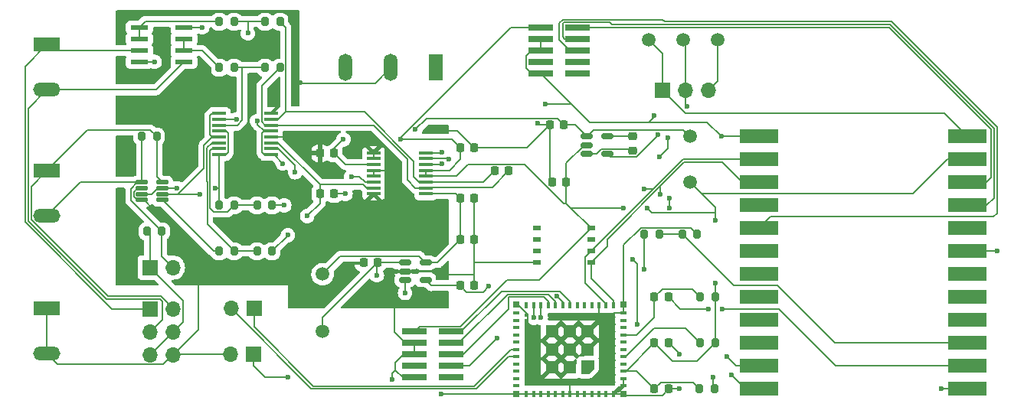
<source format=gtl>
G04 #@! TF.GenerationSoftware,KiCad,Pcbnew,7.0.7*
G04 #@! TF.CreationDate,2023-10-14T20:43:12-07:00*
G04 #@! TF.ProjectId,Soil Power Sensor,536f696c-2050-46f7-9765-722053656e73,2.1.0*
G04 #@! TF.SameCoordinates,Original*
G04 #@! TF.FileFunction,Copper,L1,Top*
G04 #@! TF.FilePolarity,Positive*
%FSLAX46Y46*%
G04 Gerber Fmt 4.6, Leading zero omitted, Abs format (unit mm)*
G04 Created by KiCad (PCBNEW 7.0.7) date 2023-10-14 20:43:12*
%MOMM*%
%LPD*%
G01*
G04 APERTURE LIST*
G04 Aperture macros list*
%AMRoundRect*
0 Rectangle with rounded corners*
0 $1 Rounding radius*
0 $2 $3 $4 $5 $6 $7 $8 $9 X,Y pos of 4 corners*
0 Add a 4 corners polygon primitive as box body*
4,1,4,$2,$3,$4,$5,$6,$7,$8,$9,$2,$3,0*
0 Add four circle primitives for the rounded corners*
1,1,$1+$1,$2,$3*
1,1,$1+$1,$4,$5*
1,1,$1+$1,$6,$7*
1,1,$1+$1,$8,$9*
0 Add four rect primitives between the rounded corners*
20,1,$1+$1,$2,$3,$4,$5,0*
20,1,$1+$1,$4,$5,$6,$7,0*
20,1,$1+$1,$6,$7,$8,$9,0*
20,1,$1+$1,$8,$9,$2,$3,0*%
G04 Aperture macros list end*
G04 #@! TA.AperFunction,ComponentPad*
%ADD10R,1.700000X1.700000*%
G04 #@! TD*
G04 #@! TA.AperFunction,ComponentPad*
%ADD11O,1.700000X1.700000*%
G04 #@! TD*
G04 #@! TA.AperFunction,ComponentPad*
%ADD12O,3.000000X1.500000*%
G04 #@! TD*
G04 #@! TA.AperFunction,ComponentPad*
%ADD13R,3.000000X1.500000*%
G04 #@! TD*
G04 #@! TA.AperFunction,SMDPad,CuDef*
%ADD14RoundRect,0.051250X-0.733750X-0.153750X0.733750X-0.153750X0.733750X0.153750X-0.733750X0.153750X0*%
G04 #@! TD*
G04 #@! TA.AperFunction,SMDPad,CuDef*
%ADD15RoundRect,0.125000X-0.537500X-0.125000X0.537500X-0.125000X0.537500X0.125000X-0.537500X0.125000X0*%
G04 #@! TD*
G04 #@! TA.AperFunction,SMDPad,CuDef*
%ADD16R,0.900000X0.500000*%
G04 #@! TD*
G04 #@! TA.AperFunction,SMDPad,CuDef*
%ADD17R,1.500000X0.450000*%
G04 #@! TD*
G04 #@! TA.AperFunction,SMDPad,CuDef*
%ADD18R,4.300000X1.650000*%
G04 #@! TD*
G04 #@! TA.AperFunction,SMDPad,CuDef*
%ADD19RoundRect,0.150000X-0.512500X-0.150000X0.512500X-0.150000X0.512500X0.150000X-0.512500X0.150000X0*%
G04 #@! TD*
G04 #@! TA.AperFunction,ComponentPad*
%ADD20R,1.500000X3.000000*%
G04 #@! TD*
G04 #@! TA.AperFunction,ComponentPad*
%ADD21O,1.500000X3.000000*%
G04 #@! TD*
G04 #@! TA.AperFunction,SMDPad,CuDef*
%ADD22C,1.500000*%
G04 #@! TD*
G04 #@! TA.AperFunction,SMDPad,CuDef*
%ADD23RoundRect,0.200000X-0.200000X-0.275000X0.200000X-0.275000X0.200000X0.275000X-0.200000X0.275000X0*%
G04 #@! TD*
G04 #@! TA.AperFunction,SMDPad,CuDef*
%ADD24RoundRect,0.225000X-0.225000X-0.250000X0.225000X-0.250000X0.225000X0.250000X-0.225000X0.250000X0*%
G04 #@! TD*
G04 #@! TA.AperFunction,SMDPad,CuDef*
%ADD25RoundRect,0.225000X0.225000X0.250000X-0.225000X0.250000X-0.225000X-0.250000X0.225000X-0.250000X0*%
G04 #@! TD*
G04 #@! TA.AperFunction,SMDPad,CuDef*
%ADD26RoundRect,0.200000X0.200000X0.275000X-0.200000X0.275000X-0.200000X-0.275000X0.200000X-0.275000X0*%
G04 #@! TD*
G04 #@! TA.AperFunction,SMDPad,CuDef*
%ADD27R,1.980000X0.530000*%
G04 #@! TD*
G04 #@! TA.AperFunction,SMDPad,CuDef*
%ADD28R,0.700000X0.700000*%
G04 #@! TD*
G04 #@! TA.AperFunction,SMDPad,CuDef*
%ADD29R,1.450000X1.450000*%
G04 #@! TD*
G04 #@! TA.AperFunction,SMDPad,CuDef*
%ADD30R,0.600000X0.600000*%
G04 #@! TD*
G04 #@! TA.AperFunction,SMDPad,CuDef*
%ADD31R,0.400000X0.800000*%
G04 #@! TD*
G04 #@! TA.AperFunction,SMDPad,CuDef*
%ADD32R,0.800000X0.400000*%
G04 #@! TD*
G04 #@! TA.AperFunction,SMDPad,CuDef*
%ADD33R,2.770000X0.650000*%
G04 #@! TD*
G04 #@! TA.AperFunction,SMDPad,CuDef*
%ADD34RoundRect,0.225000X-0.250000X0.225000X-0.250000X-0.225000X0.250000X-0.225000X0.250000X0.225000X0*%
G04 #@! TD*
G04 #@! TA.AperFunction,ViaPad*
%ADD35C,0.600000*%
G04 #@! TD*
G04 #@! TA.AperFunction,Conductor*
%ADD36C,0.200000*%
G04 #@! TD*
G04 APERTURE END LIST*
G04 #@! TA.AperFunction,EtchedComponent*
G36*
X195155000Y-89167071D02*
G01*
X194552071Y-89770000D01*
X193695000Y-89770000D01*
X193695000Y-88310000D01*
X195155000Y-88310000D01*
X195155000Y-89167071D01*
G37*
G04 #@! TD.AperFunction*
D10*
X146045000Y-82565000D03*
D11*
X148585000Y-82565000D03*
X146045000Y-85105000D03*
X148585000Y-85105000D03*
X146045000Y-87645000D03*
X148585000Y-87645000D03*
D12*
X134620000Y-58340000D03*
D13*
X134620000Y-53340000D03*
D11*
X148540000Y-78000000D03*
D10*
X146000000Y-78000000D03*
D11*
X154940000Y-87630000D03*
D10*
X157480000Y-87630000D03*
D11*
X155000000Y-82550000D03*
D10*
X157540000Y-82550000D03*
D11*
X207772000Y-58420000D03*
X205232000Y-58420000D03*
D10*
X202692000Y-58420000D03*
D14*
X159410000Y-60960000D03*
X159410000Y-61610000D03*
X159410000Y-62260000D03*
X159410000Y-62910000D03*
X159410000Y-63560000D03*
X159410000Y-64210000D03*
X159410000Y-64860000D03*
X159410000Y-65510000D03*
X153670000Y-65510000D03*
X153670000Y-64860000D03*
X153670000Y-64210000D03*
X153670000Y-63560000D03*
X153670000Y-62910000D03*
X153670000Y-62260000D03*
X153670000Y-61610000D03*
X153670000Y-60960000D03*
D15*
X147385000Y-68580000D03*
X147385000Y-69230000D03*
X147385000Y-69880000D03*
X147385000Y-70530000D03*
X145110000Y-70530000D03*
X145110000Y-69880000D03*
X145110000Y-69230000D03*
X145110000Y-68580000D03*
D16*
X194770000Y-73660000D03*
X194770000Y-74930000D03*
X194770000Y-76200000D03*
X194770000Y-77470000D03*
X188770000Y-77470000D03*
X188770000Y-76200000D03*
X188770000Y-74930000D03*
X188770000Y-73660000D03*
D17*
X176530000Y-65300000D03*
X176530000Y-65950000D03*
X176530000Y-66600000D03*
X176530000Y-67250000D03*
X176530000Y-67900000D03*
X176530000Y-68550000D03*
X176530000Y-69200000D03*
X176530000Y-69850000D03*
X170730000Y-69850000D03*
X170730000Y-69200000D03*
X170730000Y-68550000D03*
X170730000Y-67900000D03*
X170730000Y-67250000D03*
X170730000Y-66600000D03*
X170730000Y-65950000D03*
X170730000Y-65300000D03*
D18*
X236360000Y-63500000D03*
X236360000Y-66040000D03*
X236360000Y-68580000D03*
X236360000Y-71120000D03*
X236360000Y-73660000D03*
X236360000Y-76200000D03*
X236360000Y-78740000D03*
X236360000Y-81280000D03*
X236360000Y-83820000D03*
X236360000Y-86360000D03*
X236360000Y-88900000D03*
X236360000Y-91440000D03*
X213360000Y-91440000D03*
X213360000Y-88900000D03*
X213360000Y-86360000D03*
X213360000Y-83820000D03*
X213360000Y-81280000D03*
X213360000Y-78740000D03*
X213360000Y-76200000D03*
X213360000Y-73660000D03*
X213360000Y-71120000D03*
X213360000Y-68580000D03*
X213360000Y-66040000D03*
X213360000Y-63500000D03*
D19*
X196585000Y-63500000D03*
X196585000Y-65400000D03*
X194310000Y-65400000D03*
X194310000Y-64450000D03*
X194310000Y-63500000D03*
D20*
X177640000Y-55880000D03*
D21*
X172640000Y-55880000D03*
X167640000Y-55880000D03*
D22*
X204978000Y-52832000D03*
D23*
X158750000Y-55880000D03*
X160400000Y-55880000D03*
D13*
X134620000Y-82550000D03*
D12*
X134620000Y-87550000D03*
D24*
X180340000Y-64770000D03*
X181890000Y-64770000D03*
D25*
X191770000Y-62230000D03*
X190220000Y-62230000D03*
X192050000Y-68580000D03*
X190500000Y-68580000D03*
X166370000Y-65360000D03*
X164820000Y-65360000D03*
D23*
X157860000Y-76200000D03*
X159510000Y-76200000D03*
D24*
X180327000Y-70358000D03*
X181877000Y-70358000D03*
D22*
X165100000Y-85090000D03*
X205740000Y-63500000D03*
D26*
X208520000Y-81280000D03*
X206870000Y-81280000D03*
D27*
X144855000Y-51435000D03*
X144855000Y-52705000D03*
X144855000Y-53975000D03*
X144855000Y-55245000D03*
X149785000Y-55245000D03*
X149785000Y-53975000D03*
X149785000Y-52705000D03*
X149785000Y-51435000D03*
D23*
X153670000Y-71120000D03*
X155320000Y-71120000D03*
D25*
X181890000Y-80010000D03*
X180340000Y-80010000D03*
D23*
X145110000Y-63500000D03*
X146760000Y-63500000D03*
D22*
X165100000Y-78740000D03*
D26*
X208420000Y-91440000D03*
X206770000Y-91440000D03*
D24*
X184150000Y-67310000D03*
X185700000Y-67310000D03*
X180340000Y-74930000D03*
X181890000Y-74930000D03*
X164820000Y-69850000D03*
X166370000Y-69850000D03*
D19*
X174205000Y-77470000D03*
X174205000Y-78420000D03*
X174205000Y-79370000D03*
X176480000Y-79370000D03*
X176480000Y-77470000D03*
D25*
X171170000Y-77470000D03*
X169620000Y-77470000D03*
D24*
X201790000Y-91440000D03*
X203340000Y-91440000D03*
X201790000Y-86360000D03*
X203340000Y-86360000D03*
D28*
X198400000Y-92015000D03*
X198400000Y-82115000D03*
X186500000Y-82115000D03*
X186500000Y-92015000D03*
D29*
X192450000Y-87065000D03*
X194425000Y-87065000D03*
X194425000Y-85090000D03*
X192450000Y-85090000D03*
X190475000Y-85090000D03*
X190475000Y-87065000D03*
X190475000Y-89040000D03*
X192450000Y-89040000D03*
D30*
X194425000Y-89040000D03*
D31*
X197250000Y-91965000D03*
X196450000Y-91965000D03*
X195650000Y-91965000D03*
X194850000Y-91965000D03*
X194050000Y-91965000D03*
X193250000Y-91965000D03*
X192450000Y-91965000D03*
X191650000Y-91965000D03*
X190850000Y-91965000D03*
X190050000Y-91965000D03*
X189250000Y-91965000D03*
X188450000Y-91965000D03*
X187650000Y-91965000D03*
D32*
X186550000Y-91065000D03*
X186550000Y-90265000D03*
X186550000Y-89465000D03*
X186550000Y-88665000D03*
X186550000Y-87865000D03*
X186550000Y-87065000D03*
X186550000Y-86265000D03*
X186550000Y-85465000D03*
X186550000Y-84665000D03*
X186550000Y-83865000D03*
X186550000Y-83065000D03*
D31*
X187650000Y-82165000D03*
X188450000Y-82165000D03*
X189250000Y-82165000D03*
X190050000Y-82165000D03*
X190850000Y-82165000D03*
X191650000Y-82165000D03*
X192450000Y-82165000D03*
X193250000Y-82165000D03*
X194050000Y-82165000D03*
X194850000Y-82165000D03*
X195650000Y-82165000D03*
X196450000Y-82165000D03*
X197250000Y-82165000D03*
D32*
X198350000Y-83065000D03*
X198350000Y-83865000D03*
X198350000Y-84665000D03*
X198350000Y-85465000D03*
X198350000Y-86265000D03*
X198350000Y-87065000D03*
X198350000Y-87865000D03*
X198350000Y-88665000D03*
X198350000Y-89465000D03*
X198350000Y-90265000D03*
X198350000Y-91065000D03*
D26*
X206500000Y-74295000D03*
X204850000Y-74295000D03*
D22*
X205740000Y-68580000D03*
D13*
X134620000Y-67310000D03*
D12*
X134620000Y-72310000D03*
D23*
X153670000Y-50800000D03*
X155320000Y-50800000D03*
D33*
X189230000Y-51435000D03*
X193260000Y-51435000D03*
X189230000Y-52705000D03*
X193260000Y-52705000D03*
X189230000Y-53975000D03*
X193260000Y-53975000D03*
X189230000Y-55245000D03*
X193260000Y-55245000D03*
X189230000Y-56515000D03*
X193260000Y-56515000D03*
D23*
X153670000Y-55880000D03*
X155320000Y-55880000D03*
X206870000Y-86360000D03*
X208520000Y-86360000D03*
D22*
X208788000Y-52832000D03*
D34*
X199390000Y-63500000D03*
X199390000Y-65050000D03*
D22*
X201168000Y-52832000D03*
D33*
X175260000Y-85090000D03*
X179290000Y-85090000D03*
X175260000Y-86360000D03*
X179290000Y-86360000D03*
X175260000Y-87630000D03*
X179290000Y-87630000D03*
X175260000Y-88900000D03*
X179290000Y-88900000D03*
X175260000Y-90170000D03*
X179290000Y-90170000D03*
D23*
X153670000Y-76200000D03*
X155320000Y-76200000D03*
X147320000Y-74000000D03*
X145670000Y-74000000D03*
D24*
X201790000Y-81280000D03*
X203340000Y-81280000D03*
D23*
X157860000Y-71120000D03*
X159510000Y-71120000D03*
X158750000Y-50800000D03*
X160400000Y-50800000D03*
D26*
X202310000Y-74295000D03*
X200660000Y-74295000D03*
D35*
X151790000Y-51410000D03*
X198380000Y-71392500D03*
X160710000Y-66480000D03*
X200980000Y-71392500D03*
X208540000Y-79690000D03*
X157871500Y-61800000D03*
X167400000Y-63830000D03*
X208540000Y-72770000D03*
X173740000Y-63830000D03*
X146340000Y-57000000D03*
X172290000Y-80120000D03*
X239640000Y-76200000D03*
X209170000Y-63500000D03*
X202190000Y-63280000D03*
X162620000Y-57570000D03*
X143530000Y-65760000D03*
X150990000Y-77120000D03*
X201730000Y-61180000D03*
X144890000Y-60420000D03*
X144250000Y-75710000D03*
X153160000Y-53310000D03*
X173040000Y-81950000D03*
X162650000Y-63610000D03*
X178170000Y-62870000D03*
X188860000Y-62054500D03*
X204510000Y-91430000D03*
X159790000Y-58670000D03*
X204520000Y-87620000D03*
X178230000Y-92000000D03*
X189720000Y-59900000D03*
X172780000Y-90430000D03*
X171110000Y-78850000D03*
X149030000Y-69230000D03*
X153210000Y-69230000D03*
X175370000Y-62740000D03*
X146540000Y-55245000D03*
X203410000Y-71392500D03*
X183500000Y-80099000D03*
X203400000Y-70339500D03*
X202320000Y-65780000D03*
X203250000Y-63640000D03*
X200620000Y-78200000D03*
X205410000Y-60150000D03*
X161270000Y-74430000D03*
X163400000Y-72300000D03*
X167640000Y-69850000D03*
X160870000Y-71120000D03*
X162050000Y-67460000D03*
X168275000Y-67945000D03*
X209250000Y-82580000D03*
X207720000Y-82580000D03*
X155575000Y-61595000D03*
X156845000Y-52070000D03*
X189230000Y-83566000D03*
X208280000Y-90170000D03*
X233500000Y-91440000D03*
X151520000Y-69900000D03*
X174220000Y-80820000D03*
X202419000Y-69869000D03*
X179070000Y-66040000D03*
X178308000Y-65278000D03*
X200660000Y-69342000D03*
X184404000Y-85852000D03*
X190987208Y-81152500D03*
X199390000Y-77090000D03*
X199870000Y-84320000D03*
X210312000Y-89916000D03*
X188468000Y-83566000D03*
X161290000Y-90170000D03*
X178308000Y-66548000D03*
X209804000Y-87884000D03*
D36*
X145330000Y-70530000D02*
X146400000Y-71600000D01*
X145110000Y-70530000D02*
X145330000Y-70530000D01*
X149662000Y-84028000D02*
X148585000Y-85105000D01*
X149662000Y-81662000D02*
X149662000Y-84028000D01*
X146000000Y-78000000D02*
X149662000Y-81662000D01*
X146000000Y-74330000D02*
X146000000Y-78000000D01*
X145670000Y-74000000D02*
X146000000Y-74330000D01*
X147320000Y-74000000D02*
X147320000Y-76780000D01*
X147320000Y-76780000D02*
X148540000Y-78000000D01*
X144599697Y-68580000D02*
X145110000Y-68580000D01*
X143893500Y-69286197D02*
X144599697Y-68580000D01*
X143893500Y-70573500D02*
X143893500Y-69286197D01*
X147320000Y-74000000D02*
X143893500Y-70573500D01*
X148600000Y-87630000D02*
X148585000Y-87645000D01*
X154940000Y-87630000D02*
X148600000Y-87630000D01*
X155000000Y-82550000D02*
X163830000Y-91380000D01*
X157540000Y-84569000D02*
X164084000Y-91113000D01*
X157540000Y-82550000D02*
X157540000Y-84569000D01*
X163830000Y-91440000D02*
X163830000Y-91380000D01*
X157480000Y-87630000D02*
X157480000Y-88900000D01*
X157480000Y-88900000D02*
X158750000Y-90170000D01*
X201790000Y-91440000D02*
X202492000Y-90738000D01*
X158398000Y-65283000D02*
X158398000Y-63137000D01*
X201790000Y-86360000D02*
X198685000Y-89465000D01*
X151790000Y-51410000D02*
X151765000Y-51435000D01*
X203810000Y-88380000D02*
X201790000Y-86360000D01*
X192050000Y-68580000D02*
X192050000Y-70940000D01*
X176530000Y-67900000D02*
X176530000Y-67250000D01*
X200980000Y-71392500D02*
X201507000Y-71919500D01*
X179130000Y-67250000D02*
X176530000Y-67250000D01*
X194064340Y-64450000D02*
X194310000Y-64450000D01*
X202492000Y-90738000D02*
X206068000Y-90738000D01*
X173740000Y-63830000D02*
X179400000Y-63830000D01*
X159410000Y-65510000D02*
X159740000Y-65510000D01*
X230400000Y-69850000D02*
X234210000Y-66040000D01*
X158625000Y-65510000D02*
X158398000Y-65283000D01*
X208520000Y-86360000D02*
X208520000Y-81280000D01*
X180340000Y-64770000D02*
X180340000Y-66040000D01*
X158625000Y-62910000D02*
X159410000Y-62910000D01*
X185510000Y-79390000D02*
X189040000Y-79390000D01*
X187413775Y-66608000D02*
X191745775Y-70940000D01*
X175260000Y-85090000D02*
X175812000Y-84538000D01*
X151765000Y-51435000D02*
X149785000Y-51435000D01*
X159410000Y-65510000D02*
X158625000Y-65510000D01*
X166370000Y-65360000D02*
X166370000Y-64860000D01*
X179874225Y-67900000D02*
X181166225Y-66608000D01*
X208540000Y-71380000D02*
X207010000Y-69850000D01*
X180362000Y-84538000D02*
X185510000Y-79390000D01*
X207010000Y-69850000D02*
X230400000Y-69850000D01*
X208540000Y-71900000D02*
X208540000Y-71380000D01*
X180340000Y-66040000D02*
X179130000Y-67250000D01*
X192370000Y-71260000D02*
X194770000Y-73660000D01*
X179400000Y-63830000D02*
X180340000Y-64770000D01*
X205740000Y-68580000D02*
X207010000Y-69850000D01*
X201507000Y-71919500D02*
X208520500Y-71919500D01*
X206500000Y-88380000D02*
X203810000Y-88380000D01*
X208540000Y-72770000D02*
X208540000Y-71900000D01*
X192050000Y-66464340D02*
X194064340Y-64450000D01*
X198685000Y-89465000D02*
X198350000Y-89465000D01*
X199815000Y-89465000D02*
X198350000Y-89465000D01*
X206068000Y-90738000D02*
X206770000Y-91440000D01*
X208520000Y-81280000D02*
X208520000Y-79710000D01*
X201790000Y-91440000D02*
X199815000Y-89465000D01*
X191745775Y-70940000D02*
X192050000Y-70940000D01*
X192050000Y-70940000D02*
X192370000Y-71260000D01*
X234210000Y-66040000D02*
X236360000Y-66040000D01*
X157871500Y-61800000D02*
X157871500Y-62156500D01*
X173740000Y-63624709D02*
X173740000Y-63830000D01*
X159740000Y-65510000D02*
X160710000Y-66480000D01*
X166370000Y-65360000D02*
X167610000Y-66600000D01*
X208520000Y-79710000D02*
X208540000Y-79690000D01*
X198380000Y-71392500D02*
X192502500Y-71392500D01*
X181166225Y-66608000D02*
X187413775Y-66608000D01*
X166370000Y-64860000D02*
X167400000Y-63830000D01*
X208520500Y-71919500D02*
X208540000Y-71900000D01*
X208520000Y-86360000D02*
X206500000Y-88380000D01*
X167610000Y-66600000D02*
X170730000Y-66600000D01*
X176530000Y-67900000D02*
X179874225Y-67900000D01*
X158398000Y-63137000D02*
X158625000Y-62910000D01*
X189040000Y-79390000D02*
X194770000Y-73660000D01*
X185929709Y-51435000D02*
X173740000Y-63624709D01*
X175812000Y-84538000D02*
X180362000Y-84538000D01*
X157871500Y-62156500D02*
X158625000Y-62910000D01*
X189230000Y-51435000D02*
X185929709Y-51435000D01*
X192502500Y-71392500D02*
X192370000Y-71260000D01*
X192050000Y-68580000D02*
X192050000Y-66464340D01*
X135792000Y-88722000D02*
X134620000Y-87550000D01*
X173160000Y-89340000D02*
X173990000Y-90170000D01*
X188170000Y-53975000D02*
X187600000Y-54545000D01*
X189250000Y-91965000D02*
X190050000Y-91965000D01*
X181890000Y-78780000D02*
X181890000Y-77460000D01*
X204520000Y-87620000D02*
X204520000Y-87540000D01*
X170730000Y-65300000D02*
X170730000Y-65950000D01*
X209170000Y-63500000D02*
X207630000Y-61960000D01*
X192450000Y-91965000D02*
X192450000Y-90710000D01*
X191650000Y-91965000D02*
X192450000Y-91965000D01*
X200283131Y-73593000D02*
X205798000Y-73593000D01*
X181890000Y-64770000D02*
X187680000Y-64770000D01*
X204500000Y-91440000D02*
X204510000Y-91430000D01*
X196585000Y-65400000D02*
X196912000Y-65727000D01*
X189035500Y-62230000D02*
X188860000Y-62054500D01*
X181877000Y-70358000D02*
X181877000Y-74917000D01*
X148585000Y-87645000D02*
X147508000Y-88722000D01*
X188770000Y-77470000D02*
X181900000Y-77470000D01*
X205798000Y-73593000D02*
X206500000Y-74295000D01*
X198527000Y-92142000D02*
X198400000Y-92015000D01*
X172780000Y-90430000D02*
X172780000Y-89720000D01*
X181890000Y-80010000D02*
X181890000Y-78780000D01*
X192677500Y-59962500D02*
X189230000Y-56515000D01*
X197335000Y-83065000D02*
X197150000Y-83250000D01*
X170730000Y-67250000D02*
X172330000Y-67250000D01*
X186500000Y-82115000D02*
X186654000Y-82115000D01*
X187600000Y-92015000D02*
X187650000Y-91965000D01*
X194675000Y-61960000D02*
X192677500Y-59962500D01*
X190850000Y-91965000D02*
X191650000Y-91965000D01*
X173990000Y-90170000D02*
X175260000Y-90170000D01*
X194050000Y-91965000D02*
X193250000Y-91965000D01*
X203340000Y-91440000D02*
X204500000Y-91440000D01*
X190220000Y-62230000D02*
X189035500Y-62230000D01*
X187600000Y-54545000D02*
X187600000Y-55945000D01*
X170913000Y-57607000D02*
X162657000Y-57607000D01*
X181890000Y-64770000D02*
X179990000Y-62870000D01*
X175260000Y-86360000D02*
X174200000Y-86360000D01*
X202190000Y-63364225D02*
X202190000Y-63280000D01*
X198350000Y-83065000D02*
X197335000Y-83065000D01*
X144599697Y-69230000D02*
X144220500Y-69609197D01*
X194850000Y-91965000D02*
X195650000Y-91965000D01*
X144599697Y-70530000D02*
X145110000Y-70530000D01*
X207630000Y-61960000D02*
X201140000Y-61960000D01*
X186500000Y-92015000D02*
X187600000Y-92015000D01*
X174090000Y-87630000D02*
X173160000Y-88560000D01*
X174200000Y-86360000D02*
X173020000Y-85180000D01*
X199827225Y-65727000D02*
X202190000Y-63364225D01*
X201730000Y-61370000D02*
X201140000Y-61960000D01*
X172780000Y-89720000D02*
X173160000Y-89340000D01*
X144220500Y-70150803D02*
X144599697Y-70530000D01*
X202638000Y-92142000D02*
X198527000Y-92142000D01*
X198400000Y-82115000D02*
X198400000Y-75476131D01*
X162657000Y-57607000D02*
X162620000Y-57570000D01*
X181890000Y-77460000D02*
X181890000Y-74930000D01*
X151330000Y-84900000D02*
X151330000Y-79280000D01*
X189230000Y-52705000D02*
X189230000Y-53975000D01*
X198400000Y-92015000D02*
X197300000Y-92015000D01*
X198400000Y-82115000D02*
X198400000Y-83015000D01*
X186500000Y-92015000D02*
X178245000Y-92015000D01*
X147508000Y-88722000D02*
X135792000Y-88722000D01*
X190050000Y-91965000D02*
X190850000Y-91965000D01*
X187650000Y-91965000D02*
X188450000Y-91965000D01*
X201730000Y-61180000D02*
X201730000Y-61370000D01*
X209170000Y-63500000D02*
X213360000Y-63500000D01*
X172330000Y-67250000D02*
X172340000Y-67260000D01*
X159410000Y-63560000D02*
X160960000Y-63560000D01*
X181890000Y-78780000D02*
X178860000Y-78780000D01*
X187600000Y-55945000D02*
X188170000Y-56515000D01*
X144220500Y-69609197D02*
X144220500Y-70150803D01*
X192450000Y-91965000D02*
X193250000Y-91965000D01*
X198350000Y-90265000D02*
X198350000Y-91065000D01*
X179990000Y-62870000D02*
X178170000Y-62870000D01*
X192615000Y-59900000D02*
X192677500Y-59962500D01*
X188450000Y-91965000D02*
X189250000Y-91965000D01*
X192450000Y-90710000D02*
X192460000Y-90700000D01*
X197250000Y-91965000D02*
X196450000Y-91965000D01*
X190220000Y-68300000D02*
X190220000Y-62230000D01*
X178245000Y-92015000D02*
X178230000Y-92000000D01*
X148585000Y-87645000D02*
X151330000Y-84900000D01*
X186654000Y-82115000D02*
X187750000Y-83211000D01*
X190500000Y-68580000D02*
X190220000Y-68300000D01*
X189230000Y-53975000D02*
X188170000Y-53975000D01*
X189720000Y-59900000D02*
X192615000Y-59900000D01*
X187750000Y-83211000D02*
X187750000Y-84600000D01*
X134620000Y-82550000D02*
X134620000Y-87550000D01*
X173020000Y-85180000D02*
X173020000Y-81970000D01*
X145110000Y-69230000D02*
X144599697Y-69230000D01*
X236360000Y-76200000D02*
X239640000Y-76200000D01*
X204520000Y-87540000D02*
X203340000Y-86360000D01*
X181900000Y-77470000D02*
X181890000Y-77460000D01*
X181877000Y-74917000D02*
X181890000Y-74930000D01*
X201140000Y-61960000D02*
X194675000Y-61960000D01*
X196912000Y-65727000D02*
X199827225Y-65727000D01*
X173020000Y-81970000D02*
X173040000Y-81950000D01*
X188170000Y-56515000D02*
X189230000Y-56515000D01*
X203340000Y-91440000D02*
X202638000Y-92142000D01*
X187680000Y-64770000D02*
X190220000Y-62230000D01*
X198400000Y-75476131D02*
X200283131Y-73593000D01*
X195650000Y-82165000D02*
X195650000Y-83400000D01*
X175260000Y-87630000D02*
X174090000Y-87630000D01*
X175260000Y-86360000D02*
X175260000Y-87630000D01*
X197300000Y-92015000D02*
X197250000Y-91965000D01*
X195650000Y-91965000D02*
X196450000Y-91965000D01*
X172640000Y-55880000D02*
X170913000Y-57607000D01*
X198400000Y-83015000D02*
X198350000Y-83065000D01*
X178860000Y-78780000D02*
X178830000Y-78810000D01*
X173160000Y-88560000D02*
X173160000Y-89340000D01*
X170730000Y-67250000D02*
X170730000Y-67900000D01*
X194050000Y-91965000D02*
X194850000Y-91965000D01*
X153210000Y-69230000D02*
X153640000Y-69230000D01*
X154682000Y-65283000D02*
X154455000Y-65510000D01*
X171110000Y-78850000D02*
X171110000Y-77530000D01*
X153670000Y-65510000D02*
X153670000Y-69260000D01*
X171110000Y-77530000D02*
X171170000Y-77470000D01*
X174205000Y-77470000D02*
X171170000Y-77470000D01*
X147385000Y-69230000D02*
X149030000Y-69230000D01*
X165100000Y-83540000D02*
X171170000Y-77470000D01*
X153670000Y-62910000D02*
X154455000Y-62910000D01*
X153670000Y-69260000D02*
X153670000Y-71120000D01*
X146874696Y-69230000D02*
X147385000Y-69230000D01*
X154682000Y-63137000D02*
X154682000Y-65283000D01*
X154455000Y-62910000D02*
X154682000Y-63137000D01*
X165100000Y-85090000D02*
X165100000Y-83540000D01*
X153640000Y-69230000D02*
X153670000Y-69260000D01*
X145110000Y-69880000D02*
X146224696Y-69880000D01*
X154455000Y-65510000D02*
X153670000Y-65510000D01*
X146224696Y-69880000D02*
X146874696Y-69230000D01*
X176530000Y-69850000D02*
X179819000Y-69850000D01*
X180340000Y-70371000D02*
X180327000Y-70358000D01*
X167072000Y-76768000D02*
X175778000Y-76768000D01*
X179819000Y-69850000D02*
X180327000Y-70358000D01*
X175778000Y-76768000D02*
X176480000Y-77470000D01*
X165100000Y-78740000D02*
X167072000Y-76768000D01*
X180340000Y-74930000D02*
X180340000Y-70371000D01*
X177800000Y-77470000D02*
X180340000Y-74930000D01*
X176480000Y-77470000D02*
X177800000Y-77470000D01*
X146540000Y-55245000D02*
X144855000Y-55245000D01*
X193040000Y-62230000D02*
X194310000Y-63500000D01*
X176582000Y-61528000D02*
X191068000Y-61528000D01*
X191770000Y-62230000D02*
X193040000Y-62230000D01*
X205740000Y-63500000D02*
X204990000Y-62750000D01*
X175370000Y-62740000D02*
X176582000Y-61528000D01*
X191068000Y-61528000D02*
X191770000Y-62230000D01*
X204990000Y-62750000D02*
X195060000Y-62750000D01*
X195060000Y-62750000D02*
X194310000Y-63500000D01*
X200620000Y-74335000D02*
X200660000Y-74295000D01*
X205232000Y-53086000D02*
X204978000Y-52832000D01*
X203250000Y-63640000D02*
X203250000Y-64850000D01*
X205232000Y-59972000D02*
X205410000Y-60150000D01*
X203250000Y-64850000D02*
X202320000Y-65780000D01*
X180340000Y-80010000D02*
X181042000Y-80712000D01*
X177120000Y-80010000D02*
X176480000Y-79370000D01*
X203400000Y-71382500D02*
X203410000Y-71392500D01*
X205232000Y-58420000D02*
X205232000Y-59972000D01*
X200620000Y-78200000D02*
X200620000Y-74335000D01*
X182887000Y-80712000D02*
X183500000Y-80099000D01*
X203400000Y-70339500D02*
X203400000Y-71382500D01*
X180340000Y-80010000D02*
X177120000Y-80010000D01*
X181042000Y-80712000D02*
X182887000Y-80712000D01*
X205232000Y-58420000D02*
X205232000Y-53086000D01*
X202692000Y-58420000D02*
X205232000Y-60960000D01*
X202692000Y-58420000D02*
X202692000Y-54356000D01*
X205232000Y-60960000D02*
X233820000Y-60960000D01*
X202692000Y-54356000D02*
X201168000Y-52832000D01*
X233820000Y-60960000D02*
X236360000Y-63500000D01*
X176530000Y-68550000D02*
X175751000Y-68550000D01*
X184150000Y-67310000D02*
X182910000Y-68550000D01*
X182910000Y-68550000D02*
X176530000Y-68550000D01*
X161027000Y-60778000D02*
X160195000Y-61610000D01*
X169708000Y-60778000D02*
X161027000Y-60778000D01*
X175187000Y-67986000D02*
X175187000Y-66257000D01*
X160195000Y-61610000D02*
X159410000Y-61610000D01*
X161027000Y-51427000D02*
X161027000Y-60778000D01*
X175751000Y-68550000D02*
X175187000Y-67986000D01*
X160400000Y-50800000D02*
X161027000Y-51427000D01*
X175187000Y-66257000D02*
X169708000Y-60778000D01*
X160400000Y-55880000D02*
X158398000Y-57882000D01*
X158398000Y-61878000D02*
X158780000Y-62260000D01*
X158398000Y-57882000D02*
X158398000Y-61878000D01*
X158780000Y-62260000D02*
X159410000Y-62260000D01*
X174460000Y-65992448D02*
X170727552Y-62260000D01*
X170727552Y-62260000D02*
X159410000Y-62260000D01*
X175360000Y-69200000D02*
X174460000Y-68300000D01*
X176530000Y-69200000D02*
X175360000Y-69200000D01*
X183862000Y-69148000D02*
X176582000Y-69148000D01*
X176582000Y-69148000D02*
X176530000Y-69200000D01*
X185700000Y-67310000D02*
X183862000Y-69148000D01*
X174460000Y-68300000D02*
X174460000Y-65992448D01*
X170730000Y-69200000D02*
X169980000Y-69200000D01*
X159510000Y-76200000D02*
X161270000Y-74440000D01*
X164820000Y-68835000D02*
X164820000Y-69850000D01*
X164810000Y-70890000D02*
X164820000Y-70890000D01*
X159410000Y-64210000D02*
X160195000Y-64210000D01*
X160195000Y-64210000D02*
X164820000Y-68835000D01*
X161270000Y-74440000D02*
X161270000Y-74430000D01*
X169980000Y-69200000D02*
X169615000Y-68835000D01*
X164820000Y-70890000D02*
X164820000Y-69850000D01*
X163400000Y-72300000D02*
X164810000Y-70890000D01*
X169615000Y-68835000D02*
X164820000Y-68835000D01*
X166370000Y-69850000D02*
X167640000Y-69850000D01*
X160195000Y-64860000D02*
X159410000Y-64860000D01*
X162030000Y-66695000D02*
X162030000Y-67440000D01*
X162030000Y-67440000D02*
X162050000Y-67460000D01*
X169792448Y-68550000D02*
X170730000Y-68550000D01*
X168275000Y-67945000D02*
X169187448Y-67945000D01*
X162030000Y-66695000D02*
X160195000Y-64860000D01*
X169187448Y-67945000D02*
X169792448Y-68550000D01*
X160870000Y-71120000D02*
X159510000Y-71120000D01*
X196585000Y-63500000D02*
X199390000Y-63500000D01*
X199213000Y-64873000D02*
X199390000Y-65050000D01*
X195916340Y-64873000D02*
X199213000Y-64873000D01*
X194310000Y-65400000D02*
X195389340Y-65400000D01*
X195389340Y-65400000D02*
X195916340Y-64873000D01*
X199825000Y-85465000D02*
X201790000Y-83500000D01*
X201790000Y-83500000D02*
X201790000Y-81280000D01*
X205950972Y-80360972D02*
X202709028Y-80360972D01*
X202709028Y-80360972D02*
X201790000Y-81280000D01*
X198350000Y-85465000D02*
X199825000Y-85465000D01*
X206870000Y-81280000D02*
X205950972Y-80360972D01*
X236360000Y-88900000D02*
X221850000Y-88900000D01*
X203340000Y-81280000D02*
X204640000Y-82580000D01*
X204640000Y-82580000D02*
X207720000Y-82580000D01*
X215530000Y-82580000D02*
X209250000Y-82580000D01*
X221850000Y-88900000D02*
X215530000Y-82580000D01*
X148585000Y-82565000D02*
X148585000Y-82488552D01*
X134620000Y-67310000D02*
X139132000Y-62798000D01*
X146058000Y-62798000D02*
X146760000Y-63500000D01*
X148585000Y-82488552D02*
X147257448Y-81161000D01*
X147257448Y-81161000D02*
X141339313Y-81161000D01*
X139132000Y-62798000D02*
X146058000Y-62798000D01*
X146760000Y-67955000D02*
X146760000Y-63500000D01*
X132893000Y-72714687D02*
X132893000Y-69037000D01*
X147385000Y-68580000D02*
X146760000Y-67955000D01*
X141339313Y-81161000D02*
X132893000Y-72714687D01*
X132893000Y-69037000D02*
X134620000Y-67310000D01*
X134620000Y-72310000D02*
X138350000Y-68580000D01*
X138350000Y-68580000D02*
X145110000Y-68580000D01*
X145110000Y-63500000D02*
X145110000Y-68580000D01*
X144855000Y-53975000D02*
X135255000Y-53975000D01*
X141818417Y-82565000D02*
X132239000Y-72985583D01*
X146045000Y-82565000D02*
X141818417Y-82565000D01*
X132239000Y-72985583D02*
X132239000Y-55721000D01*
X132239000Y-55721000D02*
X134620000Y-53340000D01*
X135255000Y-53975000D02*
X134620000Y-53340000D01*
X146045000Y-85105000D02*
X147360000Y-83790000D01*
X147122000Y-81488000D02*
X141203865Y-81488000D01*
X141203865Y-81488000D02*
X132566000Y-72850135D01*
X146690000Y-58340000D02*
X134620000Y-58340000D01*
X132566000Y-60394000D02*
X134620000Y-58340000D01*
X147360000Y-83790000D02*
X147360000Y-81726000D01*
X149785000Y-55245000D02*
X146690000Y-58340000D01*
X147360000Y-81726000D02*
X147122000Y-81488000D01*
X132566000Y-72850135D02*
X132566000Y-60394000D01*
X208788000Y-57404000D02*
X208788000Y-52832000D01*
X207772000Y-58420000D02*
X208788000Y-57404000D01*
X153670000Y-50800000D02*
X145490000Y-50800000D01*
X144855000Y-52705000D02*
X144855000Y-51435000D01*
X145490000Y-50800000D02*
X144855000Y-51435000D01*
X155560000Y-61610000D02*
X155575000Y-61595000D01*
X156845000Y-52070000D02*
X156845000Y-50800000D01*
X156845000Y-50800000D02*
X158750000Y-50800000D01*
X153670000Y-61610000D02*
X155560000Y-61610000D01*
X155320000Y-50800000D02*
X156845000Y-50800000D01*
X153670000Y-55880000D02*
X151765000Y-53975000D01*
X151765000Y-53975000D02*
X149785000Y-53975000D01*
X149785000Y-52705000D02*
X149785000Y-53975000D01*
X156210000Y-55880000D02*
X158750000Y-55880000D01*
X155655291Y-62260000D02*
X156210000Y-61705291D01*
X156210000Y-61705291D02*
X156210000Y-55880000D01*
X155320000Y-55880000D02*
X156210000Y-55880000D01*
X153670000Y-62260000D02*
X155655291Y-62260000D01*
X153055000Y-76200000D02*
X153670000Y-76200000D01*
X147385000Y-70530000D02*
X153055000Y-76200000D01*
X152885000Y-64210000D02*
X152331000Y-64764000D01*
X152331000Y-64764000D02*
X152331000Y-68448552D01*
X153670000Y-64210000D02*
X152885000Y-64210000D01*
X152331000Y-68448552D02*
X152357000Y-68474552D01*
X152357000Y-68474552D02*
X152357000Y-73237000D01*
X155320000Y-76200000D02*
X157860000Y-76200000D01*
X152357000Y-73237000D02*
X155320000Y-76200000D01*
X152885000Y-64860000D02*
X152658000Y-65087000D01*
X152684000Y-71404000D02*
X153102000Y-71822000D01*
X153102000Y-71822000D02*
X154618000Y-71822000D01*
X154618000Y-71822000D02*
X155320000Y-71120000D01*
X152658000Y-68313104D02*
X152684000Y-68339104D01*
X152658000Y-65087000D02*
X152658000Y-68313104D01*
X152684000Y-68339104D02*
X152684000Y-71404000D01*
X155320000Y-71120000D02*
X157860000Y-71120000D01*
X153670000Y-64860000D02*
X152885000Y-64860000D01*
X204850000Y-74295000D02*
X202310000Y-74295000D01*
X236360000Y-86360000D02*
X221736028Y-86360000D01*
X215386028Y-80010000D02*
X210565000Y-80010000D01*
X210565000Y-80010000D02*
X204850000Y-74295000D01*
X221736028Y-86360000D02*
X215386028Y-80010000D01*
X198635000Y-87865000D02*
X198350000Y-87865000D01*
X201750000Y-84750000D02*
X198635000Y-87865000D01*
X206870000Y-86360000D02*
X205260000Y-84750000D01*
X205260000Y-84750000D02*
X201750000Y-84750000D01*
X208280000Y-90170000D02*
X208280000Y-91300000D01*
X189250000Y-82165000D02*
X189250000Y-83546000D01*
X189250000Y-83546000D02*
X189230000Y-83566000D01*
X208280000Y-91300000D02*
X208420000Y-91440000D01*
X152658000Y-61187000D02*
X152885000Y-60960000D01*
X174205000Y-80805000D02*
X174220000Y-80820000D01*
X152885000Y-63560000D02*
X152658000Y-63333000D01*
X152658000Y-63333000D02*
X152658000Y-61187000D01*
X149125291Y-69880000D02*
X152004000Y-67001291D01*
X152004000Y-64441000D02*
X152885000Y-63560000D01*
X147405000Y-69900000D02*
X147385000Y-69880000D01*
X152885000Y-60960000D02*
X153670000Y-60960000D01*
X152004000Y-67001291D02*
X152004000Y-64441000D01*
X233500000Y-91440000D02*
X236360000Y-91440000D01*
X147385000Y-69880000D02*
X149125291Y-69880000D01*
X153670000Y-63560000D02*
X152885000Y-63560000D01*
X174205000Y-79370000D02*
X174205000Y-80805000D01*
X151520000Y-69900000D02*
X147405000Y-69900000D01*
X194770000Y-77470000D02*
X194770000Y-79200000D01*
X202438000Y-68994448D02*
X203026224Y-68406224D01*
X196549224Y-75690776D02*
X194770000Y-77470000D01*
X176530000Y-65950000D02*
X178980000Y-65950000D01*
X202438000Y-69850000D02*
X202438000Y-68994448D01*
X194770000Y-79200000D02*
X197250000Y-81680000D01*
X202419000Y-69869000D02*
X202438000Y-69850000D01*
X211509000Y-68580000D02*
X209296000Y-66367000D01*
X196549224Y-74883224D02*
X196549224Y-75690776D01*
X203026224Y-68406224D02*
X196549224Y-74883224D01*
X213360000Y-68580000D02*
X211509000Y-68580000D01*
X178980000Y-65950000D02*
X179070000Y-66040000D01*
X205065448Y-66367000D02*
X203026224Y-68406224D01*
X197250000Y-81680000D02*
X197250000Y-82165000D01*
X209296000Y-66367000D02*
X205065448Y-66367000D01*
X176530000Y-65300000D02*
X178286000Y-65300000D01*
X178286000Y-65300000D02*
X178308000Y-65278000D01*
X204930000Y-66040000D02*
X201779000Y-69191000D01*
X200660000Y-69342000D02*
X201628000Y-69342000D01*
X194093000Y-79686972D02*
X196450000Y-82043972D01*
X194093000Y-76877000D02*
X194093000Y-79686972D01*
X194770000Y-76200000D02*
X194093000Y-76877000D01*
X201628000Y-69342000D02*
X201779000Y-69191000D01*
X196450000Y-82043972D02*
X196450000Y-82165000D01*
X213360000Y-66040000D02*
X204930000Y-66040000D01*
X201779000Y-69191000D02*
X194770000Y-76200000D01*
X180420000Y-85090000D02*
X179290000Y-85090000D01*
X191311000Y-80626000D02*
X184884000Y-80626000D01*
X192450000Y-81765000D02*
X191311000Y-80626000D01*
X184884000Y-80626000D02*
X180420000Y-85090000D01*
X192450000Y-82165000D02*
X192450000Y-81765000D01*
X191650000Y-82165000D02*
X191650000Y-81815292D01*
X181356000Y-88900000D02*
X179290000Y-88900000D01*
X191650000Y-81815292D02*
X190987208Y-81152500D01*
X184404000Y-85852000D02*
X181356000Y-88900000D01*
X190850000Y-82165000D02*
X190850000Y-81765000D01*
X185538552Y-80953000D02*
X180131552Y-86360000D01*
X190850000Y-81765000D02*
X190038000Y-80953000D01*
X190038000Y-80953000D02*
X185538552Y-80953000D01*
X180131552Y-86360000D02*
X179290000Y-86360000D01*
X185674000Y-81280000D02*
X185674000Y-82631000D01*
X190050000Y-81765000D02*
X189565000Y-81280000D01*
X180675000Y-87630000D02*
X179290000Y-87630000D01*
X190050000Y-82165000D02*
X190050000Y-81765000D01*
X185674000Y-82631000D02*
X180675000Y-87630000D01*
X189565000Y-81280000D02*
X185674000Y-81280000D01*
X227981896Y-50781000D02*
X202946000Y-50781000D01*
X192405000Y-53975000D02*
X193260000Y-53975000D01*
X239668000Y-71990000D02*
X239668000Y-62467104D01*
X191262000Y-50939524D02*
X191262000Y-52832000D01*
X214630000Y-72390000D02*
X239268000Y-72390000D01*
X202721000Y-50556000D02*
X191645524Y-50556000D01*
X239268000Y-72390000D02*
X239668000Y-71990000D01*
X239668000Y-62467104D02*
X227981896Y-50781000D01*
X213360000Y-73660000D02*
X214630000Y-72390000D01*
X191262000Y-52832000D02*
X192405000Y-53975000D01*
X191645524Y-50556000D02*
X191262000Y-50939524D01*
X202946000Y-50781000D02*
X202721000Y-50556000D01*
X191648000Y-51015972D02*
X191648000Y-52478000D01*
X191648000Y-52478000D02*
X191875000Y-52705000D01*
X227846448Y-51108000D02*
X197104000Y-51108000D01*
X238510000Y-71120000D02*
X239341000Y-70289000D01*
X191780972Y-50883000D02*
X191648000Y-51015972D01*
X197104000Y-51108000D02*
X196879000Y-50883000D01*
X239341000Y-62602552D02*
X227846448Y-51108000D01*
X191875000Y-52705000D02*
X193260000Y-52705000D01*
X236360000Y-71120000D02*
X238510000Y-71120000D01*
X239341000Y-70289000D02*
X239341000Y-62602552D01*
X196879000Y-50883000D02*
X191780972Y-50883000D01*
X239014000Y-62738000D02*
X227711000Y-51435000D01*
X238510000Y-68580000D02*
X239014000Y-68076000D01*
X239014000Y-68076000D02*
X239014000Y-62738000D01*
X236360000Y-68580000D02*
X238510000Y-68580000D01*
X227711000Y-51435000D02*
X193260000Y-51435000D01*
X199870000Y-84320000D02*
X199870000Y-77570000D01*
X199870000Y-77570000D02*
X199390000Y-77090000D01*
X211836000Y-91440000D02*
X210312000Y-89916000D01*
X213360000Y-91440000D02*
X211836000Y-91440000D01*
X188468000Y-82183000D02*
X188450000Y-82165000D01*
X158750000Y-90170000D02*
X161290000Y-90170000D01*
X188468000Y-83566000D02*
X188468000Y-82183000D01*
X185912000Y-87065000D02*
X181864000Y-91113000D01*
X181864000Y-91113000D02*
X164084000Y-91113000D01*
X186550000Y-87065000D02*
X185912000Y-87065000D01*
X186550000Y-87865000D02*
X185693000Y-87865000D01*
X185693000Y-87865000D02*
X182118000Y-91440000D01*
X182118000Y-91440000D02*
X163830000Y-91440000D01*
X146045000Y-87645000D02*
X148585000Y-85105000D01*
X176530000Y-66600000D02*
X178256000Y-66600000D01*
X209804000Y-87884000D02*
X210820000Y-88900000D01*
X178256000Y-66600000D02*
X178308000Y-66548000D01*
X210820000Y-88900000D02*
X213360000Y-88900000D01*
G04 #@! TA.AperFunction,Conductor*
G36*
X198393332Y-90841336D02*
G01*
X198437680Y-90869837D01*
X198545162Y-90977319D01*
X198578647Y-91038642D01*
X198573663Y-91108334D01*
X198545162Y-91152681D01*
X197929162Y-91768681D01*
X197867839Y-91802166D01*
X197841481Y-91805000D01*
X197692842Y-91805000D01*
X197337681Y-92160161D01*
X197276358Y-92193646D01*
X197206666Y-92188662D01*
X197162319Y-92160162D01*
X197054838Y-92052682D01*
X197021353Y-91991359D01*
X197026337Y-91921667D01*
X197054838Y-91877319D01*
X197775932Y-91156224D01*
X197837255Y-91122739D01*
X197906946Y-91127723D01*
X197956073Y-91164499D01*
X197965734Y-91166421D01*
X198262318Y-90869837D01*
X198323641Y-90836352D01*
X198393332Y-90841336D01*
G37*
G04 #@! TD.AperFunction*
G04 #@! TA.AperFunction,Conductor*
G36*
X196092610Y-83040477D02*
G01*
X196142517Y-83059091D01*
X196202127Y-83065500D01*
X196697872Y-83065499D01*
X196757483Y-83059091D01*
X196806665Y-83040746D01*
X196876355Y-83035761D01*
X196893333Y-83040747D01*
X196942508Y-83059088D01*
X196942511Y-83059089D01*
X196942517Y-83059091D01*
X197002127Y-83065500D01*
X197326001Y-83065499D01*
X197393039Y-83085183D01*
X197438794Y-83137987D01*
X197450000Y-83189499D01*
X197450000Y-83312844D01*
X197456401Y-83372372D01*
X197456403Y-83372383D01*
X197474519Y-83420953D01*
X197479503Y-83490644D01*
X197474520Y-83507616D01*
X197455910Y-83557513D01*
X197455909Y-83557517D01*
X197449500Y-83617127D01*
X197449500Y-83617134D01*
X197449500Y-83617135D01*
X197449500Y-84112870D01*
X197449501Y-84112876D01*
X197455908Y-84172482D01*
X197464611Y-84195815D01*
X197474252Y-84221665D01*
X197474253Y-84221666D01*
X197479237Y-84291358D01*
X197474253Y-84308331D01*
X197455910Y-84357511D01*
X197455910Y-84357514D01*
X197455909Y-84357517D01*
X197449500Y-84417127D01*
X197449500Y-84417134D01*
X197449500Y-84417135D01*
X197449500Y-84912870D01*
X197449501Y-84912876D01*
X197455908Y-84972482D01*
X197469004Y-85007593D01*
X197474252Y-85021665D01*
X197474253Y-85021666D01*
X197479237Y-85091358D01*
X197474253Y-85108331D01*
X197455910Y-85157511D01*
X197455910Y-85157514D01*
X197455909Y-85157517D01*
X197449500Y-85217127D01*
X197449500Y-85217134D01*
X197449500Y-85217135D01*
X197449500Y-85712870D01*
X197449501Y-85712876D01*
X197455908Y-85772482D01*
X197456831Y-85774956D01*
X197474252Y-85821665D01*
X197474253Y-85821666D01*
X197479237Y-85891358D01*
X197474253Y-85908331D01*
X197455910Y-85957511D01*
X197455910Y-85957514D01*
X197455909Y-85957517D01*
X197449500Y-86017127D01*
X197449500Y-86017134D01*
X197449500Y-86017135D01*
X197449500Y-86512870D01*
X197449501Y-86512876D01*
X197455908Y-86572482D01*
X197469004Y-86607593D01*
X197474252Y-86621665D01*
X197474253Y-86621666D01*
X197479237Y-86691358D01*
X197474253Y-86708331D01*
X197455910Y-86757511D01*
X197455910Y-86757514D01*
X197455909Y-86757517D01*
X197449500Y-86817127D01*
X197449500Y-86817134D01*
X197449500Y-86817135D01*
X197449500Y-87312870D01*
X197449501Y-87312876D01*
X197455908Y-87372482D01*
X197469004Y-87407593D01*
X197474252Y-87421665D01*
X197474253Y-87421666D01*
X197479237Y-87491358D01*
X197474253Y-87508331D01*
X197455910Y-87557511D01*
X197455910Y-87557514D01*
X197455909Y-87557517D01*
X197449500Y-87617127D01*
X197449500Y-87617134D01*
X197449500Y-87617135D01*
X197449500Y-88112870D01*
X197449501Y-88112876D01*
X197455908Y-88172482D01*
X197467418Y-88203341D01*
X197474252Y-88221665D01*
X197474253Y-88221666D01*
X197479237Y-88291358D01*
X197474253Y-88308331D01*
X197455910Y-88357511D01*
X197455910Y-88357514D01*
X197455909Y-88357517D01*
X197449500Y-88417127D01*
X197449500Y-88417134D01*
X197449500Y-88417135D01*
X197449500Y-88912870D01*
X197449501Y-88912876D01*
X197455908Y-88972482D01*
X197469004Y-89007593D01*
X197474252Y-89021665D01*
X197474253Y-89021666D01*
X197479237Y-89091358D01*
X197474253Y-89108331D01*
X197455910Y-89157511D01*
X197455910Y-89157514D01*
X197455909Y-89157517D01*
X197449500Y-89217127D01*
X197449500Y-89217134D01*
X197449500Y-89217135D01*
X197449500Y-89712870D01*
X197449501Y-89712876D01*
X197455909Y-89772484D01*
X197474519Y-89822382D01*
X197479503Y-89892074D01*
X197474520Y-89909046D01*
X197456402Y-89957623D01*
X197456401Y-89957627D01*
X197450000Y-90017155D01*
X197450000Y-90512844D01*
X197456401Y-90572372D01*
X197456403Y-90572380D01*
X197474786Y-90621667D01*
X197479770Y-90691359D01*
X197474786Y-90708333D01*
X197456403Y-90757619D01*
X197456401Y-90757627D01*
X197450000Y-90817155D01*
X197450000Y-90941000D01*
X197430315Y-91008039D01*
X197377511Y-91053794D01*
X197326000Y-91065000D01*
X197002155Y-91065000D01*
X196942627Y-91071401D01*
X196942619Y-91071403D01*
X196893333Y-91089786D01*
X196823641Y-91094770D01*
X196806667Y-91089786D01*
X196757380Y-91071403D01*
X196757372Y-91071401D01*
X196697844Y-91065000D01*
X196202155Y-91065000D01*
X196142627Y-91071401D01*
X196142619Y-91071403D01*
X196093333Y-91089786D01*
X196023641Y-91094770D01*
X196006667Y-91089786D01*
X195957380Y-91071403D01*
X195957372Y-91071401D01*
X195897844Y-91065000D01*
X195402155Y-91065000D01*
X195342627Y-91071401D01*
X195342619Y-91071403D01*
X195293333Y-91089786D01*
X195223641Y-91094770D01*
X195206667Y-91089786D01*
X195157380Y-91071403D01*
X195157372Y-91071401D01*
X195097844Y-91065000D01*
X194602155Y-91065000D01*
X194542627Y-91071401D01*
X194542619Y-91071403D01*
X194493333Y-91089786D01*
X194423641Y-91094770D01*
X194406667Y-91089786D01*
X194357380Y-91071403D01*
X194357372Y-91071401D01*
X194297844Y-91065000D01*
X193802155Y-91065000D01*
X193742627Y-91071401D01*
X193742619Y-91071403D01*
X193693333Y-91089786D01*
X193623641Y-91094770D01*
X193606667Y-91089786D01*
X193557380Y-91071403D01*
X193557372Y-91071401D01*
X193497844Y-91065000D01*
X193002155Y-91065000D01*
X192942627Y-91071401D01*
X192942619Y-91071403D01*
X192893333Y-91089786D01*
X192823641Y-91094770D01*
X192806667Y-91089786D01*
X192757380Y-91071403D01*
X192757372Y-91071401D01*
X192697844Y-91065000D01*
X192202155Y-91065000D01*
X192142627Y-91071401D01*
X192142619Y-91071403D01*
X192093333Y-91089786D01*
X192023641Y-91094770D01*
X192006667Y-91089786D01*
X191957380Y-91071403D01*
X191957372Y-91071401D01*
X191897844Y-91065000D01*
X191402155Y-91065000D01*
X191342627Y-91071401D01*
X191342619Y-91071403D01*
X191293333Y-91089786D01*
X191223641Y-91094770D01*
X191206667Y-91089786D01*
X191157380Y-91071403D01*
X191157372Y-91071401D01*
X191097844Y-91065000D01*
X190602155Y-91065000D01*
X190542627Y-91071401D01*
X190542619Y-91071403D01*
X190493333Y-91089786D01*
X190423641Y-91094770D01*
X190406667Y-91089786D01*
X190357380Y-91071403D01*
X190357372Y-91071401D01*
X190297844Y-91065000D01*
X189802155Y-91065000D01*
X189742627Y-91071401D01*
X189742619Y-91071403D01*
X189693333Y-91089786D01*
X189623641Y-91094770D01*
X189606667Y-91089786D01*
X189557380Y-91071403D01*
X189557372Y-91071401D01*
X189497844Y-91065000D01*
X189002155Y-91065000D01*
X188942627Y-91071401D01*
X188942619Y-91071403D01*
X188893333Y-91089786D01*
X188823641Y-91094770D01*
X188806667Y-91089786D01*
X188757380Y-91071403D01*
X188757372Y-91071401D01*
X188697844Y-91065000D01*
X188202155Y-91065000D01*
X188142627Y-91071401D01*
X188142619Y-91071403D01*
X188093333Y-91089786D01*
X188023641Y-91094770D01*
X188006667Y-91089786D01*
X187957380Y-91071403D01*
X187957372Y-91071401D01*
X187897844Y-91065000D01*
X187574499Y-91065000D01*
X187507460Y-91045315D01*
X187461705Y-90992511D01*
X187450499Y-90941000D01*
X187450499Y-90817129D01*
X187450498Y-90817123D01*
X187444091Y-90757517D01*
X187425747Y-90708334D01*
X187420762Y-90638643D01*
X187425747Y-90621665D01*
X187444089Y-90572488D01*
X187444088Y-90572488D01*
X187444091Y-90572483D01*
X187450500Y-90512873D01*
X187450499Y-90249722D01*
X189618829Y-90249722D01*
X189642623Y-90258597D01*
X189642627Y-90258598D01*
X189702155Y-90264999D01*
X189702172Y-90265000D01*
X191247828Y-90265000D01*
X191247844Y-90264999D01*
X191307375Y-90258598D01*
X191331170Y-90249723D01*
X191331170Y-90249722D01*
X191593828Y-90249722D01*
X191617623Y-90258597D01*
X191617627Y-90258598D01*
X191677155Y-90264999D01*
X191677172Y-90265000D01*
X193222828Y-90265000D01*
X193222844Y-90264999D01*
X193282372Y-90258598D01*
X193282376Y-90258597D01*
X193380602Y-90221961D01*
X193450294Y-90216977D01*
X193476216Y-90227714D01*
X193476877Y-90226268D01*
X193484944Y-90229951D01*
X193484947Y-90229953D01*
X193491643Y-90231919D01*
X193511136Y-90237643D01*
X193527713Y-90243826D01*
X193552538Y-90255163D01*
X193552539Y-90255163D01*
X193552543Y-90255165D01*
X193579564Y-90259050D01*
X193596846Y-90262809D01*
X193623039Y-90270500D01*
X193659201Y-90270500D01*
X194484928Y-90270500D01*
X194511286Y-90273334D01*
X194515998Y-90274359D01*
X194567742Y-90270657D01*
X194572165Y-90270500D01*
X194587870Y-90270500D01*
X194603413Y-90268264D01*
X194607811Y-90267791D01*
X194659554Y-90264091D01*
X194664063Y-90262408D01*
X194689756Y-90255850D01*
X194694528Y-90255165D01*
X194741717Y-90233613D01*
X194745799Y-90231922D01*
X194785873Y-90216977D01*
X194794400Y-90213797D01*
X194794400Y-90213796D01*
X194794402Y-90213796D01*
X194798260Y-90210907D01*
X194821066Y-90197375D01*
X194825444Y-90195377D01*
X194864635Y-90161416D01*
X194868085Y-90158637D01*
X194871001Y-90156453D01*
X194880664Y-90149221D01*
X194891791Y-90138092D01*
X194894996Y-90135109D01*
X194934214Y-90101128D01*
X194936822Y-90097068D01*
X194953452Y-90076431D01*
X195461428Y-89568454D01*
X195482069Y-89551821D01*
X195486128Y-89549214D01*
X195520129Y-89509973D01*
X195523100Y-89506782D01*
X195534220Y-89495664D01*
X195543645Y-89483071D01*
X195546390Y-89479665D01*
X195580377Y-89440444D01*
X195582375Y-89436066D01*
X195595907Y-89413260D01*
X195598796Y-89409402D01*
X195616922Y-89360799D01*
X195618614Y-89356716D01*
X195640165Y-89309528D01*
X195640850Y-89304756D01*
X195647409Y-89279063D01*
X195649091Y-89274554D01*
X195652791Y-89222811D01*
X195653265Y-89218411D01*
X195655500Y-89202870D01*
X195655500Y-89187165D01*
X195655658Y-89182740D01*
X195657462Y-89157514D01*
X195659359Y-89130998D01*
X195658332Y-89126277D01*
X195655500Y-89099929D01*
X195655500Y-88238039D01*
X195653862Y-88232462D01*
X195647809Y-88211846D01*
X195644050Y-88194564D01*
X195640165Y-88167546D01*
X195640165Y-88167543D01*
X195633810Y-88153627D01*
X195628826Y-88142713D01*
X195622643Y-88126136D01*
X195614953Y-88099948D01*
X195611268Y-88091877D01*
X195614284Y-88090499D01*
X195599143Y-88038940D01*
X195606961Y-87995602D01*
X195643597Y-87897376D01*
X195643598Y-87897372D01*
X195649999Y-87837844D01*
X195650000Y-87837827D01*
X195650000Y-86292172D01*
X195649999Y-86292155D01*
X195643598Y-86232627D01*
X195643597Y-86232623D01*
X195634722Y-86208828D01*
X195634721Y-86208828D01*
X194425000Y-87418553D01*
X194070372Y-87773181D01*
X194009049Y-87806666D01*
X193982691Y-87809500D01*
X193626309Y-87809500D01*
X193559270Y-87789815D01*
X193513515Y-87737011D01*
X193503571Y-87667853D01*
X193532596Y-87604297D01*
X193538628Y-87597819D01*
X194071447Y-87065000D01*
X194071447Y-87064998D01*
X193437500Y-86431053D01*
X193437499Y-86431053D01*
X192803553Y-87064999D01*
X192803553Y-87065000D01*
X193435518Y-87696964D01*
X193469003Y-87758287D01*
X193464019Y-87827978D01*
X193427059Y-87877351D01*
X193428328Y-87878816D01*
X193401000Y-87902495D01*
X193386840Y-87913095D01*
X193363876Y-87927853D01*
X193363871Y-87927857D01*
X193345993Y-87948489D01*
X193333489Y-87960993D01*
X193312857Y-87978871D01*
X193312853Y-87978876D01*
X193298095Y-88001840D01*
X193287495Y-88016000D01*
X193263816Y-88043328D01*
X193261139Y-88041008D01*
X193221045Y-88075681D01*
X193151877Y-88085555D01*
X193088350Y-88056467D01*
X193081965Y-88050516D01*
X192450000Y-87418553D01*
X192449999Y-87418553D01*
X191816053Y-88052499D01*
X191816053Y-88052500D01*
X192450000Y-88686447D01*
X192450001Y-88686447D01*
X192982819Y-88153627D01*
X193044142Y-88120142D01*
X193113833Y-88125126D01*
X193169767Y-88166997D01*
X193194184Y-88232462D01*
X193194500Y-88241308D01*
X193194500Y-88597691D01*
X193174815Y-88664730D01*
X193158181Y-88685372D01*
X192450000Y-89393553D01*
X191593828Y-90249721D01*
X191593828Y-90249722D01*
X191331170Y-90249722D01*
X190475000Y-89393553D01*
X189618829Y-90249722D01*
X187450499Y-90249722D01*
X187450499Y-90017128D01*
X187444091Y-89957517D01*
X187427285Y-89912457D01*
X187425747Y-89908334D01*
X187420762Y-89838643D01*
X187425747Y-89821665D01*
X187429037Y-89812844D01*
X189250000Y-89812844D01*
X189256401Y-89872373D01*
X189265276Y-89896170D01*
X190121447Y-89040000D01*
X190828553Y-89040000D01*
X191462500Y-89673946D01*
X191462501Y-89673946D01*
X192096447Y-89039999D01*
X192096447Y-89039998D01*
X191462500Y-88406053D01*
X191462499Y-88406053D01*
X190828553Y-89039999D01*
X190828553Y-89040000D01*
X190121447Y-89040000D01*
X190121447Y-89039998D01*
X189265276Y-88183828D01*
X189265275Y-88183828D01*
X189256404Y-88207615D01*
X189256401Y-88207625D01*
X189250000Y-88267157D01*
X189250000Y-89812844D01*
X187429037Y-89812844D01*
X187444089Y-89772488D01*
X187444088Y-89772488D01*
X187444091Y-89772483D01*
X187450500Y-89712873D01*
X187450499Y-89217128D01*
X187444091Y-89157517D01*
X187432442Y-89126285D01*
X187425747Y-89108334D01*
X187420762Y-89038643D01*
X187425747Y-89021665D01*
X187444089Y-88972488D01*
X187444088Y-88972488D01*
X187444091Y-88972483D01*
X187450500Y-88912873D01*
X187450499Y-88417128D01*
X187444091Y-88357517D01*
X187425747Y-88308334D01*
X187420762Y-88238643D01*
X187425747Y-88221665D01*
X187444091Y-88172483D01*
X187450500Y-88112873D01*
X187450500Y-88052500D01*
X189841053Y-88052500D01*
X190475000Y-88686447D01*
X190475001Y-88686447D01*
X191108947Y-88052499D01*
X191108947Y-88052498D01*
X190475000Y-87418553D01*
X190474999Y-87418553D01*
X189841053Y-88052499D01*
X189841053Y-88052500D01*
X187450500Y-88052500D01*
X187450499Y-87837844D01*
X189250000Y-87837844D01*
X189256401Y-87897373D01*
X189265276Y-87921169D01*
X190121447Y-87065000D01*
X190828553Y-87065000D01*
X191462500Y-87698947D01*
X192096447Y-87065000D01*
X192096447Y-87064999D01*
X191462500Y-86431053D01*
X190828553Y-87064999D01*
X190828553Y-87065000D01*
X190121447Y-87065000D01*
X190121447Y-87064999D01*
X189265276Y-86208828D01*
X189265275Y-86208828D01*
X189256404Y-86232615D01*
X189256401Y-86232625D01*
X189250000Y-86292157D01*
X189250000Y-87837844D01*
X187450499Y-87837844D01*
X187450499Y-87617128D01*
X187444091Y-87557517D01*
X187425747Y-87508334D01*
X187420762Y-87438643D01*
X187425747Y-87421665D01*
X187444089Y-87372488D01*
X187444088Y-87372488D01*
X187444091Y-87372483D01*
X187450500Y-87312873D01*
X187450499Y-86817128D01*
X187444091Y-86757517D01*
X187425747Y-86708334D01*
X187420762Y-86638643D01*
X187425747Y-86621665D01*
X187444089Y-86572488D01*
X187444088Y-86572488D01*
X187444091Y-86572483D01*
X187450500Y-86512873D01*
X187450499Y-86077500D01*
X189841053Y-86077500D01*
X190475000Y-86711447D01*
X191108947Y-86077500D01*
X191108946Y-86077499D01*
X191816053Y-86077499D01*
X192450000Y-86711447D01*
X192450001Y-86711447D01*
X193083946Y-86077500D01*
X193791053Y-86077500D01*
X194425000Y-86711447D01*
X194425001Y-86711447D01*
X195058946Y-86077499D01*
X195058946Y-86077498D01*
X194425000Y-85443553D01*
X193791053Y-86077499D01*
X193791053Y-86077500D01*
X193083946Y-86077500D01*
X193083947Y-86077499D01*
X193083947Y-86077498D01*
X192450000Y-85443553D01*
X192449999Y-85443553D01*
X191816053Y-86077499D01*
X191108946Y-86077499D01*
X190475000Y-85443553D01*
X189841053Y-86077500D01*
X187450499Y-86077500D01*
X187450499Y-86017128D01*
X187444091Y-85957517D01*
X187439859Y-85946170D01*
X187425747Y-85908334D01*
X187420762Y-85838643D01*
X187425747Y-85821665D01*
X187427619Y-85816646D01*
X187444091Y-85772483D01*
X187450500Y-85712873D01*
X187450499Y-85217128D01*
X187444091Y-85157517D01*
X187425747Y-85108334D01*
X187420762Y-85038643D01*
X187425747Y-85021665D01*
X187444089Y-84972488D01*
X187444088Y-84972488D01*
X187444091Y-84972483D01*
X187450500Y-84912873D01*
X187450499Y-84417128D01*
X187444091Y-84357517D01*
X187425747Y-84308334D01*
X187420762Y-84238643D01*
X187425747Y-84221665D01*
X187444089Y-84172488D01*
X187444088Y-84172488D01*
X187444091Y-84172483D01*
X187450500Y-84112873D01*
X187450499Y-83811669D01*
X187470183Y-83744632D01*
X187522987Y-83698877D01*
X187592146Y-83688933D01*
X187655701Y-83717958D01*
X187691540Y-83770716D01*
X187742209Y-83915519D01*
X187742211Y-83915522D01*
X187838184Y-84068262D01*
X187965738Y-84195816D01*
X188026235Y-84233829D01*
X188118084Y-84291542D01*
X188118478Y-84291789D01*
X188288739Y-84351366D01*
X188288745Y-84351368D01*
X188288750Y-84351369D01*
X188467996Y-84371565D01*
X188468000Y-84371565D01*
X188468004Y-84371565D01*
X188647249Y-84351369D01*
X188647252Y-84351368D01*
X188647255Y-84351368D01*
X188647256Y-84351367D01*
X188647259Y-84351367D01*
X188698864Y-84333309D01*
X188808045Y-84295104D01*
X188877822Y-84291542D01*
X188889954Y-84295105D01*
X189050737Y-84351366D01*
X189050743Y-84351367D01*
X189050745Y-84351368D01*
X189050746Y-84351368D01*
X189050750Y-84351369D01*
X189105266Y-84357511D01*
X189139882Y-84361411D01*
X189204296Y-84388477D01*
X189243852Y-84446071D01*
X189250000Y-84484631D01*
X189250000Y-85862844D01*
X189256401Y-85922373D01*
X189265276Y-85946169D01*
X190121446Y-85090000D01*
X190828553Y-85090000D01*
X191462500Y-85723947D01*
X192096447Y-85090000D01*
X192803553Y-85090000D01*
X193437500Y-85723947D01*
X194071447Y-85090000D01*
X194778553Y-85090000D01*
X195634722Y-85946170D01*
X195634723Y-85946170D01*
X195643598Y-85922375D01*
X195649999Y-85862844D01*
X195650000Y-85862827D01*
X195650000Y-84317172D01*
X195649999Y-84317155D01*
X195643598Y-84257627D01*
X195643597Y-84257623D01*
X195634722Y-84233829D01*
X194778553Y-85089999D01*
X194778553Y-85090000D01*
X194071447Y-85090000D01*
X193437500Y-84456053D01*
X192803553Y-85089999D01*
X192803553Y-85090000D01*
X192096447Y-85090000D01*
X192096447Y-85089999D01*
X191462500Y-84456053D01*
X190828553Y-85090000D01*
X190121446Y-85090000D01*
X190475000Y-84736447D01*
X191331169Y-83880276D01*
X191593828Y-83880276D01*
X192450000Y-84736447D01*
X192450001Y-84736447D01*
X193306169Y-83880276D01*
X193568828Y-83880276D01*
X194425000Y-84736447D01*
X194425001Y-84736447D01*
X195281170Y-83880276D01*
X195257373Y-83871401D01*
X195197844Y-83865000D01*
X193652157Y-83865000D01*
X193592625Y-83871401D01*
X193592615Y-83871404D01*
X193568828Y-83880275D01*
X193568828Y-83880276D01*
X193306169Y-83880276D01*
X193282373Y-83871401D01*
X193222844Y-83865000D01*
X191677157Y-83865000D01*
X191617625Y-83871401D01*
X191617615Y-83871404D01*
X191593828Y-83880275D01*
X191593828Y-83880276D01*
X191331169Y-83880276D01*
X191307373Y-83871401D01*
X191247844Y-83865000D01*
X190140632Y-83865000D01*
X190073593Y-83845315D01*
X190027838Y-83792511D01*
X190017412Y-83727116D01*
X190035565Y-83566002D01*
X190035565Y-83565996D01*
X190015369Y-83386750D01*
X190015366Y-83386737D01*
X189960680Y-83230454D01*
X189957118Y-83160675D01*
X189991846Y-83100048D01*
X190053840Y-83067820D01*
X190077721Y-83065499D01*
X190297871Y-83065499D01*
X190297872Y-83065499D01*
X190357483Y-83059091D01*
X190406665Y-83040746D01*
X190476355Y-83035761D01*
X190493333Y-83040747D01*
X190542508Y-83059088D01*
X190542511Y-83059089D01*
X190542517Y-83059091D01*
X190602127Y-83065500D01*
X191097872Y-83065499D01*
X191157483Y-83059091D01*
X191206665Y-83040746D01*
X191276355Y-83035761D01*
X191293333Y-83040747D01*
X191342508Y-83059088D01*
X191342511Y-83059089D01*
X191342517Y-83059091D01*
X191402127Y-83065500D01*
X191897872Y-83065499D01*
X191957483Y-83059091D01*
X192006665Y-83040746D01*
X192076355Y-83035761D01*
X192093333Y-83040747D01*
X192142508Y-83059088D01*
X192142511Y-83059089D01*
X192142517Y-83059091D01*
X192202127Y-83065500D01*
X192697872Y-83065499D01*
X192757483Y-83059091D01*
X192806665Y-83040746D01*
X192876355Y-83035761D01*
X192893333Y-83040747D01*
X192942508Y-83059088D01*
X192942511Y-83059089D01*
X192942517Y-83059091D01*
X193002127Y-83065500D01*
X193497872Y-83065499D01*
X193557483Y-83059091D01*
X193606665Y-83040746D01*
X193676355Y-83035761D01*
X193693333Y-83040747D01*
X193742508Y-83059088D01*
X193742511Y-83059089D01*
X193742517Y-83059091D01*
X193802127Y-83065500D01*
X194297872Y-83065499D01*
X194357483Y-83059091D01*
X194406665Y-83040746D01*
X194476355Y-83035761D01*
X194493333Y-83040747D01*
X194542508Y-83059088D01*
X194542511Y-83059089D01*
X194542517Y-83059091D01*
X194602127Y-83065500D01*
X195097872Y-83065499D01*
X195157483Y-83059091D01*
X195207382Y-83040479D01*
X195277069Y-83035494D01*
X195294048Y-83040479D01*
X195342628Y-83058598D01*
X195342627Y-83058598D01*
X195402155Y-83064999D01*
X195402172Y-83065000D01*
X195897828Y-83065000D01*
X195897844Y-83064999D01*
X195957372Y-83058598D01*
X195957375Y-83058597D01*
X196005949Y-83040480D01*
X196075640Y-83035494D01*
X196092610Y-83040477D01*
G37*
G04 #@! TD.AperFunction*
G04 #@! TA.AperFunction,Conductor*
G36*
X187687318Y-83085184D02*
G01*
X187733073Y-83137988D01*
X187743017Y-83207146D01*
X187737320Y-83230455D01*
X187691278Y-83362031D01*
X187650556Y-83418806D01*
X187585603Y-83444553D01*
X187517041Y-83431096D01*
X187466639Y-83382708D01*
X187450742Y-83316194D01*
X187450500Y-83316195D01*
X187450499Y-83315178D01*
X187450398Y-83314752D01*
X187450417Y-83314403D01*
X187450496Y-83312901D01*
X187450500Y-83312873D01*
X187450499Y-83189498D01*
X187470183Y-83122460D01*
X187522987Y-83076705D01*
X187574499Y-83065499D01*
X187620279Y-83065499D01*
X187687318Y-83085184D01*
G37*
G04 #@! TD.AperFunction*
G04 #@! TA.AperFunction,Conductor*
G36*
X157925324Y-56500185D02*
G01*
X157964401Y-56540349D01*
X157994528Y-56590185D01*
X157994530Y-56590188D01*
X158114811Y-56710469D01*
X158114813Y-56710470D01*
X158114815Y-56710472D01*
X158260394Y-56798478D01*
X158348101Y-56825808D01*
X158406246Y-56864543D01*
X158434221Y-56928568D01*
X158423140Y-56997553D01*
X158398890Y-57031873D01*
X158004096Y-57426668D01*
X157997994Y-57432019D01*
X157969716Y-57453718D01*
X157905424Y-57537508D01*
X157873462Y-57579162D01*
X157873461Y-57579163D01*
X157812957Y-57725234D01*
X157812955Y-57725239D01*
X157792515Y-57880500D01*
X157792318Y-57882000D01*
X157796230Y-57911718D01*
X157796969Y-57917326D01*
X157797500Y-57925427D01*
X157797500Y-60891959D01*
X157777815Y-60958998D01*
X157725011Y-61004753D01*
X157698798Y-61012016D01*
X157699041Y-61013080D01*
X157692253Y-61014629D01*
X157521978Y-61074210D01*
X157369237Y-61170184D01*
X157241684Y-61297737D01*
X157145711Y-61450476D01*
X157086131Y-61620745D01*
X157086130Y-61620750D01*
X157065935Y-61799996D01*
X157065935Y-61800003D01*
X157086130Y-61979249D01*
X157086131Y-61979254D01*
X157145711Y-62149523D01*
X157241684Y-62302262D01*
X157292894Y-62353472D01*
X157319774Y-62393700D01*
X157346962Y-62459338D01*
X157346964Y-62459341D01*
X157440716Y-62581522D01*
X157443218Y-62584782D01*
X157471495Y-62606480D01*
X157477585Y-62611820D01*
X157633683Y-62767918D01*
X157773561Y-62907796D01*
X157807046Y-62969119D01*
X157808819Y-63011662D01*
X157792318Y-63136998D01*
X157792318Y-63137000D01*
X157796969Y-63172326D01*
X157797500Y-63180427D01*
X157797500Y-65239571D01*
X157796969Y-65247673D01*
X157792318Y-65282999D01*
X157792318Y-65283000D01*
X157797500Y-65322360D01*
X157812955Y-65439760D01*
X157812956Y-65439762D01*
X157868070Y-65572820D01*
X157873464Y-65585841D01*
X157969718Y-65711282D01*
X157997995Y-65732980D01*
X158004092Y-65738327D01*
X158164962Y-65899198D01*
X158185235Y-65930102D01*
X158186632Y-65929317D01*
X158190789Y-65936710D01*
X158282435Y-66057564D01*
X158403287Y-66149209D01*
X158403288Y-66149209D01*
X158403289Y-66149210D01*
X158544387Y-66204852D01*
X158633056Y-66215500D01*
X159544903Y-66215500D01*
X159611942Y-66235185D01*
X159632584Y-66251819D01*
X159879298Y-66498533D01*
X159912783Y-66559856D01*
X159914837Y-66572330D01*
X159924630Y-66659249D01*
X159984210Y-66829521D01*
X160076981Y-66977164D01*
X160080184Y-66982262D01*
X160207738Y-67109816D01*
X160208792Y-67110478D01*
X160360307Y-67205682D01*
X160360478Y-67205789D01*
X160530745Y-67265368D01*
X160530750Y-67265369D01*
X160709996Y-67285565D01*
X160710000Y-67285565D01*
X160710004Y-67285565D01*
X160889249Y-67265369D01*
X160889252Y-67265368D01*
X160889255Y-67265368D01*
X161059522Y-67205789D01*
X161059524Y-67205788D01*
X161071325Y-67198373D01*
X161138561Y-67179372D01*
X161205396Y-67199739D01*
X161250611Y-67253006D01*
X161260518Y-67317249D01*
X161244435Y-67459995D01*
X161244435Y-67460003D01*
X161264630Y-67639249D01*
X161264631Y-67639254D01*
X161324211Y-67809523D01*
X161409339Y-67945003D01*
X161420184Y-67962262D01*
X161547738Y-68089816D01*
X161616331Y-68132916D01*
X161679858Y-68172833D01*
X161700478Y-68185789D01*
X161839686Y-68234500D01*
X161870745Y-68245368D01*
X161870750Y-68245369D01*
X162049996Y-68265565D01*
X162050000Y-68265565D01*
X162050004Y-68265565D01*
X162229249Y-68245369D01*
X162229252Y-68245368D01*
X162229255Y-68245368D01*
X162399522Y-68185789D01*
X162552262Y-68089816D01*
X162679816Y-67962262D01*
X162758469Y-67837085D01*
X162810803Y-67790796D01*
X162879856Y-67780147D01*
X162943704Y-67808523D01*
X162951143Y-67815378D01*
X164064695Y-68928930D01*
X164098180Y-68990253D01*
X164093196Y-69059945D01*
X164064696Y-69104291D01*
X164022032Y-69146955D01*
X164022029Y-69146959D01*
X163933001Y-69291294D01*
X163932996Y-69291305D01*
X163879651Y-69452290D01*
X163869500Y-69551647D01*
X163869500Y-70148337D01*
X163869501Y-70148355D01*
X163879650Y-70247707D01*
X163879651Y-70247710D01*
X163932996Y-70408694D01*
X163933001Y-70408705D01*
X164022029Y-70553040D01*
X164022032Y-70553044D01*
X164072195Y-70603208D01*
X164105679Y-70664531D01*
X164100694Y-70734223D01*
X164072194Y-70778569D01*
X163381465Y-71469298D01*
X163320142Y-71502783D01*
X163307668Y-71504837D01*
X163220750Y-71514630D01*
X163050478Y-71574210D01*
X162897737Y-71670184D01*
X162770184Y-71797737D01*
X162674211Y-71950476D01*
X162614631Y-72120745D01*
X162614630Y-72120750D01*
X162594435Y-72299996D01*
X162594435Y-72300000D01*
X162614630Y-72479249D01*
X162614631Y-72479254D01*
X162674211Y-72649523D01*
X162770183Y-72802262D01*
X162770184Y-72802262D01*
X162897738Y-72929816D01*
X162976238Y-72979141D01*
X163048426Y-73024500D01*
X163050478Y-73025789D01*
X163131652Y-73054193D01*
X163220745Y-73085368D01*
X163220750Y-73085369D01*
X163399996Y-73105565D01*
X163400000Y-73105565D01*
X163400004Y-73105565D01*
X163579249Y-73085369D01*
X163579252Y-73085368D01*
X163579255Y-73085368D01*
X163749522Y-73025789D01*
X163902262Y-72929816D01*
X164029816Y-72802262D01*
X164125789Y-72649522D01*
X164185368Y-72479255D01*
X164195161Y-72392329D01*
X164222226Y-72327918D01*
X164230690Y-72318543D01*
X165170934Y-71378299D01*
X165177022Y-71372960D01*
X165248282Y-71318282D01*
X165344536Y-71192841D01*
X165405044Y-71046762D01*
X165420500Y-70929361D01*
X165425682Y-70890000D01*
X165421030Y-70854669D01*
X165420500Y-70846571D01*
X165420500Y-70790004D01*
X165440185Y-70722965D01*
X165479403Y-70684465D01*
X165498044Y-70672968D01*
X165507318Y-70663693D01*
X165568642Y-70630208D01*
X165638334Y-70635192D01*
X165682681Y-70663693D01*
X165691955Y-70672967D01*
X165691959Y-70672970D01*
X165836294Y-70761998D01*
X165836297Y-70761999D01*
X165836303Y-70762003D01*
X165997292Y-70815349D01*
X166096655Y-70825500D01*
X166643344Y-70825499D01*
X166643352Y-70825498D01*
X166643355Y-70825498D01*
X166719947Y-70817674D01*
X166742708Y-70815349D01*
X166903697Y-70762003D01*
X167048044Y-70672968D01*
X167131353Y-70589658D01*
X167192672Y-70556176D01*
X167262364Y-70561160D01*
X167285000Y-70572347D01*
X167290478Y-70575789D01*
X167429686Y-70624500D01*
X167460745Y-70635368D01*
X167460750Y-70635369D01*
X167639996Y-70655565D01*
X167640000Y-70655565D01*
X167640004Y-70655565D01*
X167819249Y-70635369D01*
X167819252Y-70635368D01*
X167819255Y-70635368D01*
X167989522Y-70575789D01*
X167990779Y-70574999D01*
X170323197Y-70574999D01*
X170323198Y-70575000D01*
X171136802Y-70575000D01*
X171136802Y-70574999D01*
X170730000Y-70168196D01*
X170323197Y-70574999D01*
X167990779Y-70574999D01*
X168142262Y-70479816D01*
X168269816Y-70352262D01*
X168365789Y-70199522D01*
X168425368Y-70029255D01*
X168425369Y-70029249D01*
X168445565Y-69850003D01*
X168445565Y-69849996D01*
X168425369Y-69670750D01*
X168425366Y-69670737D01*
X168400773Y-69600455D01*
X168397211Y-69530676D01*
X168431939Y-69470049D01*
X168493932Y-69437821D01*
X168517814Y-69435500D01*
X169314903Y-69435500D01*
X169381942Y-69455185D01*
X169402584Y-69471819D01*
X169443681Y-69512916D01*
X169477166Y-69574239D01*
X169480000Y-69600597D01*
X169480000Y-70122844D01*
X169486401Y-70182372D01*
X169486403Y-70182379D01*
X169536645Y-70317086D01*
X169536649Y-70317093D01*
X169622809Y-70432187D01*
X169737909Y-70518352D01*
X169741944Y-70519856D01*
X169741945Y-70519856D01*
X170299983Y-69961818D01*
X170361306Y-69928333D01*
X170387657Y-69925499D01*
X170673336Y-69925499D01*
X170732269Y-69942804D01*
X170777819Y-69925815D01*
X170786651Y-69925499D01*
X171072335Y-69925499D01*
X171139374Y-69945184D01*
X171160016Y-69961818D01*
X171718054Y-70519856D01*
X171722087Y-70518353D01*
X171722094Y-70518349D01*
X171837187Y-70432190D01*
X171837190Y-70432187D01*
X171923350Y-70317093D01*
X171923354Y-70317086D01*
X171973596Y-70182379D01*
X171973598Y-70182372D01*
X171979999Y-70122844D01*
X171980000Y-70122827D01*
X171980000Y-69577181D01*
X171979999Y-69577164D01*
X171976068Y-69540602D01*
X171976068Y-69514094D01*
X171980500Y-69472873D01*
X171980499Y-68927128D01*
X171980498Y-68927111D01*
X171976320Y-68888253D01*
X171976320Y-68861747D01*
X171980500Y-68822873D01*
X171980499Y-68277128D01*
X171976067Y-68235898D01*
X171976068Y-68209393D01*
X171979999Y-68172833D01*
X171980000Y-68172819D01*
X171980000Y-67627179D01*
X171979999Y-67627168D01*
X171975815Y-67588257D01*
X171975815Y-67561740D01*
X171979999Y-67522829D01*
X171980000Y-67522820D01*
X171980000Y-66977181D01*
X171979999Y-66977164D01*
X171976068Y-66940602D01*
X171976068Y-66914094D01*
X171980500Y-66872873D01*
X171980499Y-66327128D01*
X171976067Y-66285898D01*
X171976068Y-66259393D01*
X171979999Y-66222833D01*
X171980000Y-66222819D01*
X171980000Y-65677179D01*
X171979999Y-65677168D01*
X171975815Y-65638258D01*
X171975815Y-65611742D01*
X171979999Y-65572831D01*
X171980000Y-65572820D01*
X171980000Y-65027172D01*
X171979999Y-65027155D01*
X171973598Y-64967627D01*
X171973596Y-64967620D01*
X171923354Y-64832913D01*
X171923350Y-64832906D01*
X171837190Y-64717813D01*
X171722087Y-64631646D01*
X171718053Y-64630141D01*
X170817680Y-65530516D01*
X170756357Y-65564001D01*
X170686665Y-65559017D01*
X170642318Y-65530516D01*
X169741945Y-64630142D01*
X169741943Y-64630142D01*
X169737914Y-64631645D01*
X169622809Y-64717813D01*
X169536649Y-64832906D01*
X169536645Y-64832913D01*
X169486403Y-64967620D01*
X169486401Y-64967627D01*
X169480000Y-65027155D01*
X169480000Y-65572835D01*
X169484183Y-65611748D01*
X169484183Y-65638252D01*
X169480000Y-65677164D01*
X169480000Y-65875500D01*
X169460315Y-65942539D01*
X169407511Y-65988294D01*
X169356000Y-65999500D01*
X167910097Y-65999500D01*
X167843058Y-65979815D01*
X167822416Y-65963181D01*
X167356818Y-65497582D01*
X167323333Y-65436259D01*
X167320499Y-65409901D01*
X167320499Y-65061662D01*
X167320498Y-65061644D01*
X167310349Y-64962292D01*
X167299144Y-64928478D01*
X167286268Y-64889621D01*
X167283867Y-64819796D01*
X167316292Y-64762941D01*
X167418535Y-64660698D01*
X167479856Y-64627215D01*
X167492311Y-64625163D01*
X167579255Y-64615368D01*
X167694620Y-64575000D01*
X170323197Y-64575000D01*
X170730000Y-64981801D01*
X171136802Y-64575000D01*
X170323197Y-64575000D01*
X167694620Y-64575000D01*
X167749522Y-64555789D01*
X167902262Y-64459816D01*
X168029816Y-64332262D01*
X168125789Y-64179522D01*
X168185368Y-64009255D01*
X168205383Y-63831616D01*
X168205565Y-63830003D01*
X168205565Y-63829996D01*
X168185369Y-63650750D01*
X168185368Y-63650745D01*
X168185367Y-63650744D01*
X168125789Y-63480478D01*
X168029816Y-63327738D01*
X167902262Y-63200184D01*
X167833553Y-63157011D01*
X167749521Y-63104210D01*
X167741895Y-63101542D01*
X167685119Y-63060821D01*
X167659371Y-62995868D01*
X167672827Y-62927307D01*
X167721213Y-62876903D01*
X167782849Y-62860500D01*
X170427455Y-62860500D01*
X170494494Y-62880185D01*
X170515136Y-62896819D01*
X173823181Y-66204864D01*
X173856666Y-66266187D01*
X173859500Y-66292545D01*
X173859500Y-68256571D01*
X173858969Y-68264669D01*
X173858179Y-68270674D01*
X173854318Y-68299999D01*
X173854318Y-68300000D01*
X173859500Y-68339360D01*
X173874955Y-68456760D01*
X173874956Y-68456762D01*
X173935464Y-68602841D01*
X174031718Y-68728282D01*
X174059995Y-68749980D01*
X174066085Y-68755320D01*
X174491265Y-69180500D01*
X174904669Y-69593904D01*
X174910020Y-69600005D01*
X174931718Y-69628282D01*
X174989391Y-69672536D01*
X175052218Y-69720746D01*
X175057155Y-69724533D01*
X175057159Y-69724536D01*
X175202955Y-69784926D01*
X175257356Y-69828766D01*
X175279421Y-69895060D01*
X175279500Y-69899485D01*
X175279500Y-70122869D01*
X175279501Y-70122876D01*
X175285908Y-70182483D01*
X175336202Y-70317328D01*
X175336206Y-70317335D01*
X175422452Y-70432544D01*
X175422455Y-70432547D01*
X175537664Y-70518793D01*
X175537671Y-70518797D01*
X175672517Y-70569091D01*
X175672516Y-70569091D01*
X175679444Y-70569835D01*
X175732127Y-70575500D01*
X177327872Y-70575499D01*
X177387483Y-70569091D01*
X177522331Y-70518796D01*
X177580523Y-70475233D01*
X177645989Y-70450816D01*
X177654835Y-70450500D01*
X178946000Y-70450500D01*
X179013039Y-70470185D01*
X179058794Y-70522989D01*
X179070000Y-70574500D01*
X179070000Y-75299402D01*
X179050315Y-75366441D01*
X179033681Y-75387083D01*
X177594286Y-76826478D01*
X177532963Y-76859963D01*
X177463271Y-76854979D01*
X177418924Y-76826478D01*
X177394365Y-76801919D01*
X177382956Y-76795172D01*
X177252896Y-76718255D01*
X177252893Y-76718254D01*
X177095073Y-76672402D01*
X177095067Y-76672401D01*
X177058196Y-76669500D01*
X177058194Y-76669500D01*
X176580097Y-76669500D01*
X176513058Y-76649815D01*
X176492416Y-76633181D01*
X176365496Y-76506261D01*
X176233320Y-76374085D01*
X176227979Y-76367994D01*
X176206282Y-76339718D01*
X176080841Y-76243464D01*
X175936632Y-76183730D01*
X175934985Y-76182984D01*
X175778001Y-76162318D01*
X175777999Y-76162318D01*
X175764792Y-76164056D01*
X175742670Y-76166969D01*
X175734573Y-76167500D01*
X167115427Y-76167500D01*
X167107329Y-76166969D01*
X167085207Y-76164056D01*
X167072001Y-76162318D01*
X167071997Y-76162318D01*
X166901431Y-76184772D01*
X166888524Y-76194021D01*
X166769157Y-76243464D01*
X166643719Y-76339716D01*
X166622019Y-76367994D01*
X166616668Y-76374096D01*
X165501881Y-77488882D01*
X165440558Y-77522367D01*
X165382108Y-77520976D01*
X165317984Y-77503795D01*
X165317986Y-77503795D01*
X165317977Y-77503793D01*
X165317973Y-77503792D01*
X165317970Y-77503792D01*
X165100002Y-77484723D01*
X165099998Y-77484723D01*
X164954682Y-77497436D01*
X164882023Y-77503793D01*
X164882020Y-77503793D01*
X164670677Y-77560422D01*
X164670668Y-77560426D01*
X164472361Y-77652898D01*
X164472357Y-77652900D01*
X164293121Y-77778402D01*
X164138402Y-77933121D01*
X164012900Y-78112357D01*
X164012898Y-78112361D01*
X163920426Y-78310668D01*
X163920422Y-78310677D01*
X163863793Y-78522020D01*
X163863793Y-78522024D01*
X163844723Y-78739997D01*
X163844723Y-78740002D01*
X163852719Y-78831398D01*
X163858534Y-78897870D01*
X163863793Y-78957975D01*
X163863793Y-78957979D01*
X163920422Y-79169322D01*
X163920424Y-79169326D01*
X163920425Y-79169330D01*
X163958712Y-79251436D01*
X164012897Y-79367638D01*
X164012898Y-79367639D01*
X164138402Y-79546877D01*
X164293123Y-79701598D01*
X164472361Y-79827102D01*
X164670670Y-79919575D01*
X164670676Y-79919576D01*
X164670677Y-79919577D01*
X164679205Y-79921862D01*
X164882023Y-79976207D01*
X165064926Y-79992208D01*
X165099998Y-79995277D01*
X165100000Y-79995277D01*
X165100002Y-79995277D01*
X165128254Y-79992805D01*
X165317977Y-79976207D01*
X165529330Y-79919575D01*
X165727639Y-79827102D01*
X165906877Y-79701598D01*
X166061598Y-79546877D01*
X166187102Y-79367639D01*
X166279575Y-79169330D01*
X166336207Y-78957977D01*
X166355277Y-78740000D01*
X166336207Y-78522023D01*
X166319022Y-78457891D01*
X166320686Y-78388041D01*
X166351117Y-78338117D01*
X167284416Y-77404819D01*
X167345739Y-77371334D01*
X167372097Y-77368500D01*
X169746000Y-77368500D01*
X169813039Y-77388185D01*
X169858794Y-77440989D01*
X169870000Y-77492500D01*
X169870000Y-77596000D01*
X169850315Y-77663039D01*
X169797511Y-77708794D01*
X169746000Y-77720000D01*
X168670001Y-77720000D01*
X168670001Y-77768322D01*
X168680144Y-77867607D01*
X168733452Y-78028481D01*
X168733457Y-78028492D01*
X168822424Y-78172728D01*
X168822427Y-78172732D01*
X168942267Y-78292572D01*
X168942271Y-78292575D01*
X169086507Y-78381542D01*
X169086520Y-78381548D01*
X169138068Y-78398629D01*
X169195513Y-78438401D01*
X169222337Y-78502916D01*
X169210022Y-78571692D01*
X169186746Y-78604016D01*
X165277084Y-82513681D01*
X165215761Y-82547166D01*
X165189403Y-82550000D01*
X161414000Y-82550000D01*
X161346961Y-82530315D01*
X161301206Y-82477511D01*
X161290000Y-82426000D01*
X161290000Y-80010000D01*
X148910597Y-80010000D01*
X148843558Y-79990315D01*
X148822916Y-79973681D01*
X148413666Y-79564431D01*
X148380181Y-79503108D01*
X148385165Y-79433416D01*
X148427037Y-79377483D01*
X148492501Y-79353066D01*
X148512144Y-79353221D01*
X148540000Y-79355659D01*
X148775408Y-79335063D01*
X149003663Y-79273903D01*
X149217830Y-79174035D01*
X149411401Y-79038495D01*
X149578495Y-78871401D01*
X149714035Y-78677830D01*
X149813903Y-78463663D01*
X149875063Y-78235408D01*
X149895659Y-78000000D01*
X149875063Y-77764592D01*
X149820357Y-77560425D01*
X149813905Y-77536344D01*
X149813904Y-77536343D01*
X149813903Y-77536337D01*
X149714035Y-77322171D01*
X149647697Y-77227429D01*
X149578494Y-77128597D01*
X149411402Y-76961506D01*
X149411395Y-76961501D01*
X149217834Y-76825967D01*
X149217830Y-76825965D01*
X149151794Y-76795172D01*
X149003663Y-76726097D01*
X149003659Y-76726096D01*
X149003655Y-76726094D01*
X148775413Y-76664938D01*
X148775403Y-76664936D01*
X148540001Y-76644341D01*
X148539999Y-76644341D01*
X148304596Y-76664936D01*
X148304583Y-76664939D01*
X148176241Y-76699327D01*
X148106392Y-76697664D01*
X148056468Y-76667233D01*
X147956819Y-76567584D01*
X147923334Y-76506261D01*
X147920500Y-76479903D01*
X147920500Y-74916519D01*
X147940185Y-74849480D01*
X147956814Y-74828842D01*
X148075472Y-74710185D01*
X148163478Y-74564606D01*
X148214086Y-74402196D01*
X148220500Y-74331616D01*
X148220500Y-73668384D01*
X148214086Y-73597804D01*
X148163478Y-73435394D01*
X148075472Y-73289815D01*
X148075470Y-73289813D01*
X148075469Y-73289811D01*
X147955188Y-73169530D01*
X147809606Y-73081522D01*
X147721902Y-73054193D01*
X147647196Y-73030914D01*
X147647194Y-73030913D01*
X147647192Y-73030913D01*
X147597778Y-73026423D01*
X147576616Y-73024500D01*
X147576613Y-73024500D01*
X147245097Y-73024500D01*
X147178058Y-73004815D01*
X147157416Y-72988181D01*
X145658500Y-71489265D01*
X145625015Y-71427942D01*
X145629999Y-71358250D01*
X145671871Y-71302317D01*
X145736455Y-71277966D01*
X145746046Y-71277211D01*
X145746053Y-71277210D01*
X145897685Y-71233156D01*
X145897688Y-71233155D01*
X146033608Y-71152773D01*
X146033616Y-71152767D01*
X146145268Y-71041115D01*
X146149199Y-71036048D01*
X146205840Y-70995139D01*
X146275607Y-70991347D01*
X146336349Y-71025876D01*
X146345162Y-71036046D01*
X146349334Y-71041425D01*
X146461074Y-71153165D01*
X146461078Y-71153168D01*
X146461080Y-71153170D01*
X146597110Y-71233618D01*
X146748873Y-71277709D01*
X146775470Y-71279802D01*
X146784335Y-71280500D01*
X146784336Y-71280499D01*
X146784337Y-71280500D01*
X147234902Y-71280499D01*
X147301941Y-71300183D01*
X147322583Y-71316818D01*
X152599669Y-76593904D01*
X152605020Y-76600005D01*
X152626718Y-76628282D01*
X152728268Y-76706204D01*
X152752159Y-76724536D01*
X152781441Y-76736665D01*
X152835843Y-76780502D01*
X152840092Y-76787053D01*
X152881155Y-76854979D01*
X152914530Y-76910188D01*
X153034811Y-77030469D01*
X153034813Y-77030470D01*
X153034815Y-77030472D01*
X153180394Y-77118478D01*
X153342804Y-77169086D01*
X153413384Y-77175500D01*
X153413387Y-77175500D01*
X153926613Y-77175500D01*
X153926616Y-77175500D01*
X153997196Y-77169086D01*
X154159606Y-77118478D01*
X154305185Y-77030472D01*
X154305189Y-77030467D01*
X154407319Y-76928339D01*
X154468642Y-76894854D01*
X154538334Y-76899838D01*
X154582681Y-76928339D01*
X154684811Y-77030469D01*
X154684813Y-77030470D01*
X154684815Y-77030472D01*
X154830394Y-77118478D01*
X154992804Y-77169086D01*
X155063384Y-77175500D01*
X155063387Y-77175500D01*
X155576613Y-77175500D01*
X155576616Y-77175500D01*
X155647196Y-77169086D01*
X155809606Y-77118478D01*
X155955185Y-77030472D01*
X156075472Y-76910185D01*
X156105598Y-76860349D01*
X156157126Y-76813162D01*
X156211715Y-76800500D01*
X156968285Y-76800500D01*
X157035324Y-76820185D01*
X157074402Y-76860350D01*
X157104530Y-76910188D01*
X157224811Y-77030469D01*
X157224813Y-77030470D01*
X157224815Y-77030472D01*
X157370394Y-77118478D01*
X157532804Y-77169086D01*
X157603384Y-77175500D01*
X157603387Y-77175500D01*
X158116613Y-77175500D01*
X158116616Y-77175500D01*
X158187196Y-77169086D01*
X158349606Y-77118478D01*
X158495185Y-77030472D01*
X158495189Y-77030467D01*
X158597319Y-76928339D01*
X158658642Y-76894854D01*
X158728334Y-76899838D01*
X158772681Y-76928339D01*
X158874811Y-77030469D01*
X158874813Y-77030470D01*
X158874815Y-77030472D01*
X159020394Y-77118478D01*
X159182804Y-77169086D01*
X159253384Y-77175500D01*
X159253387Y-77175500D01*
X159766613Y-77175500D01*
X159766616Y-77175500D01*
X159837196Y-77169086D01*
X159999606Y-77118478D01*
X160145185Y-77030472D01*
X160265472Y-76910185D01*
X160353478Y-76764606D01*
X160404086Y-76602196D01*
X160410500Y-76531616D01*
X160410500Y-76200095D01*
X160430185Y-76133057D01*
X160446815Y-76112419D01*
X161299804Y-75259429D01*
X161361125Y-75225946D01*
X161373601Y-75223892D01*
X161449249Y-75215369D01*
X161449252Y-75215368D01*
X161449255Y-75215368D01*
X161619522Y-75155789D01*
X161772262Y-75059816D01*
X161899816Y-74932262D01*
X161995789Y-74779522D01*
X162055368Y-74609255D01*
X162060399Y-74564606D01*
X162075565Y-74430003D01*
X162075565Y-74429996D01*
X162055369Y-74250750D01*
X162055368Y-74250745D01*
X161995788Y-74080476D01*
X161899815Y-73927737D01*
X161772262Y-73800184D01*
X161619523Y-73704211D01*
X161449254Y-73644631D01*
X161449249Y-73644630D01*
X161270004Y-73624435D01*
X161269996Y-73624435D01*
X161090750Y-73644630D01*
X161090745Y-73644631D01*
X160920476Y-73704211D01*
X160767737Y-73800184D01*
X160640184Y-73927737D01*
X160544210Y-74080478D01*
X160484630Y-74250750D01*
X160473567Y-74348938D01*
X160446500Y-74413352D01*
X160438028Y-74422735D01*
X159672584Y-75188181D01*
X159611261Y-75221666D01*
X159584903Y-75224500D01*
X159253384Y-75224500D01*
X159234145Y-75226248D01*
X159182807Y-75230913D01*
X159020393Y-75281522D01*
X158874813Y-75369529D01*
X158772680Y-75471662D01*
X158711357Y-75505146D01*
X158641665Y-75500162D01*
X158597319Y-75471662D01*
X158495185Y-75369528D01*
X158349606Y-75281522D01*
X158187196Y-75230914D01*
X158187194Y-75230913D01*
X158187192Y-75230913D01*
X158137778Y-75226423D01*
X158116616Y-75224500D01*
X157603384Y-75224500D01*
X157584145Y-75226248D01*
X157532807Y-75230913D01*
X157370393Y-75281522D01*
X157224811Y-75369530D01*
X157104530Y-75489811D01*
X157074402Y-75539650D01*
X157022874Y-75586838D01*
X156968285Y-75599500D01*
X156211715Y-75599500D01*
X156144676Y-75579815D01*
X156105598Y-75539650D01*
X156075472Y-75489815D01*
X156075470Y-75489813D01*
X156075469Y-75489811D01*
X155955188Y-75369530D01*
X155950078Y-75366441D01*
X155809606Y-75281522D01*
X155647196Y-75230914D01*
X155647194Y-75230913D01*
X155647192Y-75230913D01*
X155597778Y-75226423D01*
X155576616Y-75224500D01*
X155576613Y-75224500D01*
X155245097Y-75224500D01*
X155178058Y-75204815D01*
X155157416Y-75188181D01*
X152993819Y-73024584D01*
X152960334Y-72963261D01*
X152957500Y-72936903D01*
X152957500Y-72550053D01*
X152977185Y-72483014D01*
X153029989Y-72437259D01*
X153093872Y-72427685D01*
X153093872Y-72427682D01*
X153093897Y-72427682D01*
X153097686Y-72427114D01*
X153102000Y-72427682D01*
X153137329Y-72423030D01*
X153145428Y-72422500D01*
X154574572Y-72422500D01*
X154582670Y-72423030D01*
X154618000Y-72427682D01*
X154618001Y-72427682D01*
X154670253Y-72420802D01*
X154774762Y-72407044D01*
X154920841Y-72346536D01*
X154981488Y-72300000D01*
X155046282Y-72250282D01*
X155067980Y-72222002D01*
X155073315Y-72215918D01*
X155110449Y-72178785D01*
X155157418Y-72131818D01*
X155218741Y-72098333D01*
X155245098Y-72095500D01*
X155576613Y-72095500D01*
X155576616Y-72095500D01*
X155647196Y-72089086D01*
X155809606Y-72038478D01*
X155955185Y-71950472D01*
X156075472Y-71830185D01*
X156105598Y-71780349D01*
X156157126Y-71733162D01*
X156211715Y-71720500D01*
X156968285Y-71720500D01*
X157035324Y-71740185D01*
X157074401Y-71780349D01*
X157101820Y-71825705D01*
X157104530Y-71830188D01*
X157224811Y-71950469D01*
X157224813Y-71950470D01*
X157224815Y-71950472D01*
X157370394Y-72038478D01*
X157532804Y-72089086D01*
X157603384Y-72095500D01*
X157603387Y-72095500D01*
X158116613Y-72095500D01*
X158116616Y-72095500D01*
X158187196Y-72089086D01*
X158349606Y-72038478D01*
X158495185Y-71950472D01*
X158540289Y-71905368D01*
X158597319Y-71848339D01*
X158658642Y-71814854D01*
X158728334Y-71819838D01*
X158772681Y-71848339D01*
X158874811Y-71950469D01*
X158874813Y-71950470D01*
X158874815Y-71950472D01*
X159020394Y-72038478D01*
X159182804Y-72089086D01*
X159253384Y-72095500D01*
X159253387Y-72095500D01*
X159766613Y-72095500D01*
X159766616Y-72095500D01*
X159837196Y-72089086D01*
X159999606Y-72038478D01*
X160145185Y-71950472D01*
X160265472Y-71830185D01*
X160265474Y-71830180D01*
X160270094Y-71824285D01*
X160271906Y-71825705D01*
X160315064Y-71786162D01*
X160383921Y-71774305D01*
X160435654Y-71792490D01*
X160520478Y-71845789D01*
X160690744Y-71905368D01*
X160690745Y-71905368D01*
X160690750Y-71905369D01*
X160869996Y-71925565D01*
X160870000Y-71925565D01*
X160870004Y-71925565D01*
X161049249Y-71905369D01*
X161049252Y-71905368D01*
X161049255Y-71905368D01*
X161219522Y-71845789D01*
X161372262Y-71749816D01*
X161499816Y-71622262D01*
X161595789Y-71469522D01*
X161655368Y-71299255D01*
X161657481Y-71280500D01*
X161675565Y-71120003D01*
X161675565Y-71119996D01*
X161655369Y-70940750D01*
X161655368Y-70940745D01*
X161642997Y-70905390D01*
X161595789Y-70770478D01*
X161589301Y-70760153D01*
X161534521Y-70672971D01*
X161499816Y-70617738D01*
X161372262Y-70490184D01*
X161356850Y-70480500D01*
X161219523Y-70394211D01*
X161049254Y-70334631D01*
X161049249Y-70334630D01*
X160870004Y-70314435D01*
X160869996Y-70314435D01*
X160690750Y-70334630D01*
X160690745Y-70334631D01*
X160520476Y-70394211D01*
X160435655Y-70447508D01*
X160368418Y-70466508D01*
X160301583Y-70446140D01*
X160271343Y-70414735D01*
X160270094Y-70415715D01*
X160265468Y-70409810D01*
X160145188Y-70289530D01*
X160076006Y-70247708D01*
X159999606Y-70201522D01*
X159837196Y-70150914D01*
X159837194Y-70150913D01*
X159837192Y-70150913D01*
X159787778Y-70146423D01*
X159766616Y-70144500D01*
X159253384Y-70144500D01*
X159234145Y-70146248D01*
X159182807Y-70150913D01*
X159020393Y-70201522D01*
X158874811Y-70289530D01*
X158874810Y-70289531D01*
X158772681Y-70391661D01*
X158711358Y-70425146D01*
X158641666Y-70420162D01*
X158597319Y-70391661D01*
X158495188Y-70289530D01*
X158426006Y-70247708D01*
X158349606Y-70201522D01*
X158187196Y-70150914D01*
X158187194Y-70150913D01*
X158187192Y-70150913D01*
X158137778Y-70146423D01*
X158116616Y-70144500D01*
X157603384Y-70144500D01*
X157584145Y-70146248D01*
X157532807Y-70150913D01*
X157370393Y-70201522D01*
X157224811Y-70289530D01*
X157104530Y-70409811D01*
X157074402Y-70459650D01*
X157022874Y-70506838D01*
X156968285Y-70519500D01*
X156211715Y-70519500D01*
X156144676Y-70499815D01*
X156105598Y-70459650D01*
X156088996Y-70432187D01*
X156075472Y-70409815D01*
X156075470Y-70409813D01*
X156075469Y-70409811D01*
X155955188Y-70289530D01*
X155886006Y-70247708D01*
X155809606Y-70201522D01*
X155647196Y-70150914D01*
X155647194Y-70150913D01*
X155647192Y-70150913D01*
X155597778Y-70146423D01*
X155576616Y-70144500D01*
X155063384Y-70144500D01*
X155044145Y-70146248D01*
X154992807Y-70150913D01*
X154830393Y-70201522D01*
X154684811Y-70289530D01*
X154684810Y-70289531D01*
X154582681Y-70391661D01*
X154521358Y-70425146D01*
X154451666Y-70420162D01*
X154407318Y-70391661D01*
X154306818Y-70291160D01*
X154273334Y-70229836D01*
X154270500Y-70203479D01*
X154270500Y-69303427D01*
X154271031Y-69295326D01*
X154271561Y-69291305D01*
X154275682Y-69260000D01*
X154271030Y-69224669D01*
X154270500Y-69216571D01*
X154270500Y-66339500D01*
X154290185Y-66272461D01*
X154342989Y-66226706D01*
X154394500Y-66215500D01*
X154446938Y-66215500D01*
X154446944Y-66215500D01*
X154535613Y-66204852D01*
X154676711Y-66149210D01*
X154797564Y-66057564D01*
X154889210Y-65936711D01*
X154889211Y-65936708D01*
X154893368Y-65929316D01*
X154894769Y-65930103D01*
X154915037Y-65899196D01*
X155075914Y-65738319D01*
X155082010Y-65732975D01*
X155110282Y-65711282D01*
X155126246Y-65690478D01*
X155134452Y-65679785D01*
X155192928Y-65603574D01*
X155206536Y-65585841D01*
X155267044Y-65439762D01*
X155287682Y-65283000D01*
X155283030Y-65247669D01*
X155282500Y-65239571D01*
X155282500Y-63180427D01*
X155283031Y-63172326D01*
X155287682Y-63137000D01*
X155287682Y-63136998D01*
X155269736Y-63000685D01*
X155280502Y-62931650D01*
X155326882Y-62879394D01*
X155392675Y-62860500D01*
X155611863Y-62860500D01*
X155619961Y-62861030D01*
X155655291Y-62865682D01*
X155655292Y-62865682D01*
X155707544Y-62858802D01*
X155812053Y-62845044D01*
X155958132Y-62784536D01*
X156015892Y-62740215D01*
X156083573Y-62688282D01*
X156105274Y-62659999D01*
X156110602Y-62653922D01*
X156603922Y-62160602D01*
X156609999Y-62155274D01*
X156638282Y-62133573D01*
X156734536Y-62008132D01*
X156795044Y-61862053D01*
X156810500Y-61744652D01*
X156815682Y-61705291D01*
X156811030Y-61669960D01*
X156810500Y-61661862D01*
X156810500Y-56604500D01*
X156830185Y-56537461D01*
X156882989Y-56491706D01*
X156934500Y-56480500D01*
X157858285Y-56480500D01*
X157925324Y-56500185D01*
G37*
G04 #@! TD.AperFunction*
G04 #@! TA.AperFunction,Conductor*
G36*
X178989334Y-77232413D02*
G01*
X179045267Y-77274285D01*
X179069684Y-77339749D01*
X179070000Y-77348595D01*
X179070000Y-79285500D01*
X179050315Y-79352539D01*
X178997511Y-79398294D01*
X178946000Y-79409500D01*
X177767000Y-79409500D01*
X177699961Y-79389815D01*
X177654206Y-79337011D01*
X177643000Y-79285500D01*
X177643000Y-79154304D01*
X177640098Y-79117432D01*
X177640097Y-79117426D01*
X177594245Y-78959606D01*
X177594244Y-78959603D01*
X177594244Y-78959602D01*
X177510581Y-78818135D01*
X177510579Y-78818133D01*
X177510576Y-78818129D01*
X177394370Y-78701923D01*
X177394362Y-78701917D01*
X177252896Y-78618255D01*
X177252893Y-78618254D01*
X177095073Y-78572402D01*
X177095067Y-78572401D01*
X177058196Y-78569500D01*
X177058194Y-78569500D01*
X175901806Y-78569500D01*
X175901804Y-78569500D01*
X175864932Y-78572401D01*
X175864926Y-78572402D01*
X175707106Y-78618254D01*
X175707103Y-78618255D01*
X175565637Y-78701917D01*
X175559469Y-78706702D01*
X175558164Y-78705019D01*
X175506454Y-78733246D01*
X175436763Y-78728251D01*
X175389058Y-78696247D01*
X175364796Y-78670000D01*
X175099315Y-78670000D01*
X175036194Y-78652732D01*
X174977896Y-78618255D01*
X174977893Y-78618254D01*
X174820073Y-78572402D01*
X174820067Y-78572401D01*
X174783196Y-78569500D01*
X174783194Y-78569500D01*
X173626806Y-78569500D01*
X173626804Y-78569500D01*
X173589932Y-78572401D01*
X173589926Y-78572402D01*
X173432106Y-78618254D01*
X173432103Y-78618255D01*
X173373806Y-78652732D01*
X173310685Y-78670000D01*
X173045205Y-78670000D01*
X173045204Y-78670001D01*
X173045399Y-78672488D01*
X173045400Y-78672494D01*
X173091216Y-78830193D01*
X173091220Y-78830203D01*
X173091927Y-78831398D01*
X173092195Y-78832454D01*
X173094316Y-78837356D01*
X173093524Y-78837698D01*
X173109103Y-78899123D01*
X173093493Y-78952284D01*
X173093855Y-78952441D01*
X173092587Y-78955369D01*
X173091927Y-78957620D01*
X173090759Y-78959594D01*
X173090754Y-78959607D01*
X173044902Y-79117426D01*
X173044901Y-79117432D01*
X173042000Y-79154304D01*
X173042000Y-79585696D01*
X173044901Y-79622567D01*
X173044902Y-79622573D01*
X173090754Y-79780393D01*
X173090755Y-79780396D01*
X173090756Y-79780398D01*
X173118377Y-79827102D01*
X173174417Y-79921862D01*
X173174423Y-79921870D01*
X173290629Y-80038076D01*
X173290633Y-80038079D01*
X173290635Y-80038081D01*
X173432102Y-80121744D01*
X173456031Y-80128696D01*
X173512065Y-80144976D01*
X173570951Y-80182582D01*
X173600157Y-80246054D01*
X173590411Y-80315241D01*
X173582464Y-80330024D01*
X173494211Y-80470476D01*
X173434631Y-80640745D01*
X173434630Y-80640750D01*
X173414435Y-80819996D01*
X173414435Y-80820003D01*
X173434630Y-80999249D01*
X173434631Y-80999254D01*
X173494211Y-81169523D01*
X173590183Y-81322261D01*
X173590184Y-81322262D01*
X173717738Y-81449816D01*
X173870478Y-81545789D01*
X174004019Y-81592517D01*
X174040745Y-81605368D01*
X174040750Y-81605369D01*
X174219996Y-81625565D01*
X174220000Y-81625565D01*
X174220004Y-81625565D01*
X174399249Y-81605369D01*
X174399252Y-81605368D01*
X174399255Y-81605368D01*
X174569522Y-81545789D01*
X174722262Y-81449816D01*
X174849816Y-81322262D01*
X174945789Y-81169522D01*
X175005368Y-80999255D01*
X175025565Y-80820000D01*
X175020554Y-80775528D01*
X175005369Y-80640750D01*
X175005368Y-80640745D01*
X174994785Y-80610500D01*
X174945789Y-80470478D01*
X174852903Y-80322652D01*
X174833904Y-80255417D01*
X174854272Y-80188581D01*
X174907539Y-80143367D01*
X174923293Y-80137608D01*
X174977898Y-80121744D01*
X175119365Y-80038081D01*
X175235581Y-79921865D01*
X175235767Y-79921549D01*
X175235977Y-79921353D01*
X175240361Y-79915702D01*
X175241272Y-79916409D01*
X175286836Y-79873866D01*
X175355577Y-79861362D01*
X175420167Y-79888006D01*
X175444355Y-79915921D01*
X175444639Y-79915702D01*
X175448679Y-79920911D01*
X175449233Y-79921550D01*
X175449418Y-79921863D01*
X175449423Y-79921870D01*
X175565629Y-80038076D01*
X175565633Y-80038079D01*
X175565635Y-80038081D01*
X175707102Y-80121744D01*
X175748724Y-80133836D01*
X175864926Y-80167597D01*
X175864929Y-80167597D01*
X175864931Y-80167598D01*
X175877222Y-80168565D01*
X175901804Y-80170500D01*
X175901806Y-80170500D01*
X176379903Y-80170500D01*
X176446942Y-80190185D01*
X176467584Y-80206819D01*
X176664669Y-80403904D01*
X176670020Y-80410005D01*
X176691718Y-80438282D01*
X176792321Y-80515477D01*
X176817159Y-80534536D01*
X176817162Y-80534537D01*
X176817163Y-80534538D01*
X176890198Y-80564790D01*
X176963238Y-80595044D01*
X177041619Y-80605363D01*
X177119999Y-80615682D01*
X177120000Y-80615682D01*
X177155329Y-80611030D01*
X177163428Y-80610500D01*
X178946000Y-80610500D01*
X179013039Y-80630185D01*
X179058794Y-80682989D01*
X179070000Y-80734500D01*
X179070000Y-82426000D01*
X179050315Y-82493039D01*
X178997511Y-82538794D01*
X178946000Y-82550000D01*
X167238597Y-82550000D01*
X167171558Y-82530315D01*
X167125803Y-82477511D01*
X167115859Y-82408353D01*
X167144884Y-82344797D01*
X167150916Y-82338319D01*
X169451158Y-80038076D01*
X170237799Y-79251434D01*
X170299120Y-79217951D01*
X170368812Y-79222935D01*
X170424745Y-79264807D01*
X170430465Y-79273135D01*
X170480184Y-79352262D01*
X170607738Y-79479816D01*
X170760478Y-79575789D01*
X170788791Y-79585696D01*
X170930745Y-79635368D01*
X170930750Y-79635369D01*
X171109996Y-79655565D01*
X171110000Y-79655565D01*
X171110004Y-79655565D01*
X171289249Y-79635369D01*
X171289252Y-79635368D01*
X171289255Y-79635368D01*
X171459522Y-79575789D01*
X171612262Y-79479816D01*
X171739816Y-79352262D01*
X171835789Y-79199522D01*
X171895368Y-79029255D01*
X171895369Y-79029249D01*
X171915565Y-78850003D01*
X171915565Y-78849996D01*
X171895369Y-78670750D01*
X171895368Y-78670745D01*
X171835788Y-78500475D01*
X171811767Y-78462247D01*
X171792766Y-78395010D01*
X171813133Y-78328175D01*
X171843410Y-78298756D01*
X171842377Y-78297449D01*
X171848038Y-78292971D01*
X171848044Y-78292968D01*
X171967968Y-78173044D01*
X171989533Y-78138082D01*
X171994887Y-78129402D01*
X172046835Y-78082678D01*
X172100425Y-78070500D01*
X172918893Y-78070500D01*
X172985932Y-78090185D01*
X173031687Y-78142989D01*
X173034394Y-78158305D01*
X173045205Y-78170000D01*
X173310685Y-78170000D01*
X173373806Y-78187268D01*
X173432102Y-78221744D01*
X173473724Y-78233836D01*
X173589926Y-78267597D01*
X173589929Y-78267597D01*
X173589931Y-78267598D01*
X173602222Y-78268565D01*
X173626804Y-78270500D01*
X173626806Y-78270500D01*
X174783196Y-78270500D01*
X174801631Y-78269049D01*
X174820069Y-78267598D01*
X174820071Y-78267597D01*
X174820073Y-78267597D01*
X174930849Y-78235413D01*
X174977898Y-78221744D01*
X175036193Y-78187268D01*
X175099315Y-78170000D01*
X175364794Y-78170000D01*
X175389057Y-78143752D01*
X175449018Y-78107885D01*
X175518852Y-78110129D01*
X175558512Y-78134530D01*
X175559469Y-78133298D01*
X175565632Y-78138078D01*
X175565635Y-78138081D01*
X175707102Y-78221744D01*
X175748724Y-78233836D01*
X175864926Y-78267597D01*
X175864929Y-78267597D01*
X175864931Y-78267598D01*
X175877222Y-78268565D01*
X175901804Y-78270500D01*
X175901806Y-78270500D01*
X177058196Y-78270500D01*
X177076631Y-78269049D01*
X177095069Y-78267598D01*
X177095071Y-78267597D01*
X177095073Y-78267597D01*
X177205849Y-78235413D01*
X177252898Y-78221744D01*
X177394365Y-78138081D01*
X177425625Y-78106820D01*
X177486948Y-78073334D01*
X177513308Y-78070500D01*
X177756572Y-78070500D01*
X177764670Y-78071030D01*
X177800000Y-78075682D01*
X177800001Y-78075682D01*
X177852253Y-78068802D01*
X177956762Y-78055044D01*
X178102841Y-77994536D01*
X178182876Y-77933123D01*
X178228282Y-77898282D01*
X178249983Y-77869999D01*
X178255311Y-77863922D01*
X178858322Y-77260912D01*
X178919642Y-77227429D01*
X178989334Y-77232413D01*
G37*
G04 #@! TD.AperFunction*
G04 #@! TA.AperFunction,Conductor*
G36*
X143232197Y-69200185D02*
G01*
X143277952Y-69252989D01*
X143288096Y-69288313D01*
X143290228Y-69304500D01*
X143292469Y-69321524D01*
X143293000Y-69329625D01*
X143293000Y-70530071D01*
X143292469Y-70538173D01*
X143287818Y-70573499D01*
X143287818Y-70573500D01*
X143293000Y-70612860D01*
X143308455Y-70730260D01*
X143308456Y-70730262D01*
X143347904Y-70825499D01*
X143368964Y-70876341D01*
X143465218Y-71001782D01*
X143493495Y-71023480D01*
X143499585Y-71028820D01*
X144421233Y-71950468D01*
X145318891Y-72848126D01*
X145352376Y-72909449D01*
X145347392Y-72979141D01*
X145305520Y-73035074D01*
X145268103Y-73054191D01*
X145206055Y-73073525D01*
X145180393Y-73081522D01*
X145034811Y-73169530D01*
X144914530Y-73289811D01*
X144826522Y-73435393D01*
X144775913Y-73597807D01*
X144769500Y-73668386D01*
X144769500Y-74331613D01*
X144775913Y-74402192D01*
X144775913Y-74402194D01*
X144775914Y-74402196D01*
X144782314Y-74422735D01*
X144826522Y-74564606D01*
X144914530Y-74710188D01*
X145034811Y-74830469D01*
X145034813Y-74830470D01*
X145034815Y-74830472D01*
X145180394Y-74918478D01*
X145312393Y-74959609D01*
X145370537Y-74998344D01*
X145398512Y-75062369D01*
X145399500Y-75077993D01*
X145399500Y-76525500D01*
X145379815Y-76592539D01*
X145327011Y-76638294D01*
X145275501Y-76649500D01*
X145102130Y-76649500D01*
X145102123Y-76649501D01*
X145042516Y-76655908D01*
X144907671Y-76706202D01*
X144907664Y-76706206D01*
X144792455Y-76792452D01*
X144792452Y-76792455D01*
X144706206Y-76907664D01*
X144706202Y-76907671D01*
X144655908Y-77042517D01*
X144649501Y-77102116D01*
X144649500Y-77102135D01*
X144649500Y-78897870D01*
X144649501Y-78897876D01*
X144655908Y-78957483D01*
X144706202Y-79092328D01*
X144706206Y-79092335D01*
X144792452Y-79207544D01*
X144792455Y-79207547D01*
X144907664Y-79293793D01*
X144907671Y-79293797D01*
X145042517Y-79344091D01*
X145042516Y-79344091D01*
X145049444Y-79344835D01*
X145102127Y-79350500D01*
X146449902Y-79350499D01*
X146516941Y-79370184D01*
X146537583Y-79386818D01*
X146949084Y-79798319D01*
X146982569Y-79859642D01*
X146977585Y-79929334D01*
X146935713Y-79985267D01*
X146870249Y-80009684D01*
X146861403Y-80010000D01*
X142364000Y-80010000D01*
X142296961Y-79990315D01*
X142251206Y-79937511D01*
X142240000Y-79886000D01*
X142240000Y-69304500D01*
X142259685Y-69237461D01*
X142312489Y-69191706D01*
X142364000Y-69180500D01*
X143165158Y-69180500D01*
X143232197Y-69200185D01*
G37*
G04 #@! TD.AperFunction*
G04 #@! TA.AperFunction,Conductor*
G36*
X151531942Y-54595185D02*
G01*
X151552584Y-54611819D01*
X152733181Y-55792415D01*
X152766666Y-55853738D01*
X152769500Y-55880096D01*
X152769500Y-56211613D01*
X152775913Y-56282192D01*
X152775913Y-56282194D01*
X152775914Y-56282196D01*
X152826522Y-56444606D01*
X152908272Y-56579837D01*
X152914530Y-56590188D01*
X153034811Y-56710469D01*
X153034813Y-56710470D01*
X153034815Y-56710472D01*
X153180394Y-56798478D01*
X153342804Y-56849086D01*
X153413384Y-56855500D01*
X153413387Y-56855500D01*
X153926613Y-56855500D01*
X153926616Y-56855500D01*
X153997196Y-56849086D01*
X154159606Y-56798478D01*
X154305185Y-56710472D01*
X154407320Y-56608336D01*
X154468641Y-56574853D01*
X154538333Y-56579837D01*
X154582679Y-56608336D01*
X154684815Y-56710472D01*
X154830394Y-56798478D01*
X154992804Y-56849086D01*
X155063384Y-56855500D01*
X155063387Y-56855500D01*
X155485500Y-56855500D01*
X155552539Y-56875185D01*
X155598294Y-56927989D01*
X155609500Y-56979500D01*
X155609500Y-60674734D01*
X155589815Y-60741773D01*
X155537011Y-60787528D01*
X155499384Y-60797954D01*
X155395749Y-60809630D01*
X155395745Y-60809631D01*
X155225476Y-60869211D01*
X155145472Y-60919482D01*
X155078235Y-60938482D01*
X155011400Y-60918114D01*
X154966186Y-60864846D01*
X154955500Y-60814488D01*
X154955500Y-60763062D01*
X154955500Y-60763056D01*
X154944852Y-60674387D01*
X154889210Y-60533289D01*
X154889209Y-60533288D01*
X154889209Y-60533287D01*
X154797564Y-60412435D01*
X154676712Y-60320790D01*
X154535611Y-60265147D01*
X154490097Y-60259682D01*
X154446944Y-60254500D01*
X152893056Y-60254500D01*
X152853140Y-60259293D01*
X152804388Y-60265147D01*
X152663287Y-60320790D01*
X152542435Y-60412435D01*
X152450788Y-60533291D01*
X152446631Y-60540684D01*
X152445235Y-60539899D01*
X152424962Y-60570801D01*
X152264096Y-60731667D01*
X152257994Y-60737019D01*
X152229717Y-60758718D01*
X152184719Y-60817360D01*
X152184720Y-60817361D01*
X152145725Y-60868181D01*
X152133462Y-60884162D01*
X152133461Y-60884163D01*
X152072957Y-61030234D01*
X152072955Y-61030239D01*
X152052318Y-61186998D01*
X152052318Y-61187000D01*
X152056969Y-61222326D01*
X152057500Y-61230427D01*
X152057500Y-63289571D01*
X152056969Y-63297673D01*
X152052318Y-63332999D01*
X152052318Y-63333000D01*
X152057500Y-63372361D01*
X152068818Y-63458338D01*
X152058052Y-63527373D01*
X152033560Y-63562203D01*
X151610096Y-63985668D01*
X151603994Y-63991019D01*
X151575720Y-64012715D01*
X151502940Y-64107564D01*
X151479464Y-64138157D01*
X151418956Y-64284237D01*
X151418955Y-64284239D01*
X151398318Y-64440998D01*
X151398318Y-64440999D01*
X151402969Y-64476326D01*
X151403500Y-64484428D01*
X151403500Y-66701194D01*
X151383815Y-66768233D01*
X151367181Y-66788875D01*
X149616685Y-68539370D01*
X149555362Y-68572855D01*
X149485670Y-68567871D01*
X149463032Y-68556683D01*
X149379523Y-68504211D01*
X149209254Y-68444631D01*
X149209249Y-68444630D01*
X149030004Y-68424435D01*
X149029996Y-68424435D01*
X148850750Y-68444630D01*
X148850742Y-68444632D01*
X148712098Y-68493146D01*
X148642320Y-68496707D01*
X148581692Y-68461978D01*
X148549465Y-68399985D01*
X148547526Y-68385828D01*
X148545209Y-68356373D01*
X148501118Y-68204610D01*
X148420670Y-68068580D01*
X148420668Y-68068578D01*
X148420665Y-68068574D01*
X148308925Y-67956834D01*
X148308916Y-67956827D01*
X148172890Y-67876382D01*
X148172885Y-67876380D01*
X148021133Y-67832292D01*
X148021120Y-67832290D01*
X147985665Y-67829500D01*
X147985663Y-67829500D01*
X147535098Y-67829500D01*
X147468059Y-67809815D01*
X147447416Y-67793180D01*
X147396818Y-67742581D01*
X147363334Y-67681258D01*
X147360500Y-67654901D01*
X147360500Y-64416519D01*
X147380185Y-64349480D01*
X147396814Y-64328842D01*
X147515472Y-64210185D01*
X147603478Y-64064606D01*
X147654086Y-63902196D01*
X147660500Y-63831616D01*
X147660500Y-63168384D01*
X147654086Y-63097804D01*
X147603478Y-62935394D01*
X147515472Y-62789815D01*
X147515470Y-62789813D01*
X147515469Y-62789811D01*
X147395188Y-62669530D01*
X147379443Y-62660012D01*
X147249606Y-62581522D01*
X147087196Y-62530914D01*
X147087194Y-62530913D01*
X147087192Y-62530913D01*
X147037778Y-62526423D01*
X147016616Y-62524500D01*
X147016613Y-62524500D01*
X146685097Y-62524500D01*
X146618058Y-62504815D01*
X146597416Y-62488181D01*
X146568573Y-62459338D01*
X146513320Y-62404085D01*
X146507980Y-62397995D01*
X146486282Y-62369718D01*
X146360841Y-62273464D01*
X146343591Y-62266319D01*
X146214762Y-62212956D01*
X146214760Y-62212955D01*
X146097361Y-62197500D01*
X146058000Y-62192318D01*
X146022670Y-62196969D01*
X146014572Y-62197500D01*
X142364000Y-62197500D01*
X142296961Y-62177815D01*
X142251206Y-62125011D01*
X142240000Y-62073500D01*
X142240000Y-59064500D01*
X142259685Y-58997461D01*
X142312489Y-58951706D01*
X142364000Y-58940500D01*
X146646572Y-58940500D01*
X146654670Y-58941030D01*
X146690000Y-58945682D01*
X146690001Y-58945682D01*
X146742254Y-58938802D01*
X146846762Y-58925044D01*
X146992841Y-58864536D01*
X146992840Y-58864536D01*
X147030362Y-58848994D01*
X147054013Y-58817596D01*
X147118282Y-58768282D01*
X147139983Y-58739999D01*
X147145311Y-58733922D01*
X149832415Y-56046818D01*
X149893739Y-56013333D01*
X149920097Y-56010499D01*
X150822871Y-56010499D01*
X150822872Y-56010499D01*
X150882483Y-56004091D01*
X151017331Y-55953796D01*
X151132546Y-55867546D01*
X151218796Y-55752331D01*
X151269091Y-55617483D01*
X151275500Y-55557873D01*
X151275499Y-54932128D01*
X151269091Y-54872517D01*
X151220721Y-54742832D01*
X151215738Y-54673142D01*
X151249223Y-54611819D01*
X151310546Y-54578334D01*
X151336904Y-54575500D01*
X151464903Y-54575500D01*
X151531942Y-54595185D01*
G37*
G04 #@! TD.AperFunction*
G04 #@! TA.AperFunction,Conductor*
G36*
X167084190Y-62880185D02*
G01*
X167129945Y-62932989D01*
X167139889Y-63002147D01*
X167110864Y-63065703D01*
X167058105Y-63101542D01*
X167050478Y-63104210D01*
X166897737Y-63200184D01*
X166770184Y-63327737D01*
X166674210Y-63480478D01*
X166614630Y-63650750D01*
X166604837Y-63737668D01*
X166577770Y-63802082D01*
X166569298Y-63811465D01*
X166001355Y-64379408D01*
X165952679Y-64409433D01*
X165836299Y-64447998D01*
X165691959Y-64537029D01*
X165691953Y-64537033D01*
X165682324Y-64546663D01*
X165621000Y-64580146D01*
X165551308Y-64575159D01*
X165506965Y-64546660D01*
X165497732Y-64537427D01*
X165497728Y-64537424D01*
X165353492Y-64448457D01*
X165353481Y-64448452D01*
X165192606Y-64395144D01*
X165093322Y-64385000D01*
X165070000Y-64385000D01*
X165070000Y-66334999D01*
X165093308Y-66334999D01*
X165093322Y-66334998D01*
X165192607Y-66324855D01*
X165353481Y-66271547D01*
X165353492Y-66271542D01*
X165497731Y-66182573D01*
X165506959Y-66173345D01*
X165568279Y-66139856D01*
X165637971Y-66144835D01*
X165682327Y-66173339D01*
X165691955Y-66182967D01*
X165691959Y-66182970D01*
X165836294Y-66271998D01*
X165836297Y-66271999D01*
X165836303Y-66272003D01*
X165997292Y-66325349D01*
X166096655Y-66335500D01*
X166444902Y-66335499D01*
X166511941Y-66355183D01*
X166532583Y-66371818D01*
X167154669Y-66993904D01*
X167160020Y-67000005D01*
X167181718Y-67028282D01*
X167288838Y-67110478D01*
X167307159Y-67124536D01*
X167453238Y-67185044D01*
X167554482Y-67198373D01*
X167601272Y-67204533D01*
X167665169Y-67232799D01*
X167703640Y-67291124D01*
X167704471Y-67360989D01*
X167672770Y-67415152D01*
X167645183Y-67442739D01*
X167549211Y-67595476D01*
X167489631Y-67765745D01*
X167489630Y-67765750D01*
X167469435Y-67944996D01*
X167469435Y-67945003D01*
X167486517Y-68096617D01*
X167474462Y-68165439D01*
X167427113Y-68216818D01*
X167363297Y-68234500D01*
X165120097Y-68234500D01*
X165053058Y-68214815D01*
X165032416Y-68198181D01*
X162444235Y-65610000D01*
X163870001Y-65610000D01*
X163870001Y-65658322D01*
X163880144Y-65757607D01*
X163933452Y-65918481D01*
X163933457Y-65918492D01*
X164022424Y-66062728D01*
X164022427Y-66062732D01*
X164142267Y-66182572D01*
X164142271Y-66182575D01*
X164286507Y-66271542D01*
X164286518Y-66271547D01*
X164447393Y-66324855D01*
X164546683Y-66334999D01*
X164570000Y-66334998D01*
X164570000Y-65610000D01*
X163870001Y-65610000D01*
X162444235Y-65610000D01*
X161944235Y-65110000D01*
X163870000Y-65110000D01*
X164570000Y-65110000D01*
X164570000Y-64384999D01*
X164546693Y-64385000D01*
X164546674Y-64385001D01*
X164447392Y-64395144D01*
X164286518Y-64448452D01*
X164286507Y-64448457D01*
X164142271Y-64537424D01*
X164142267Y-64537427D01*
X164022427Y-64657267D01*
X164022424Y-64657271D01*
X163933457Y-64801507D01*
X163933452Y-64801518D01*
X163880144Y-64962393D01*
X163870000Y-65061677D01*
X163870000Y-65110000D01*
X161944235Y-65110000D01*
X160726486Y-63892251D01*
X160693001Y-63830928D01*
X160691052Y-63789785D01*
X160695000Y-63756910D01*
X160695000Y-63363089D01*
X160684361Y-63274506D01*
X160682413Y-63266795D01*
X160685635Y-63265980D01*
X160680687Y-63211689D01*
X160683124Y-63203380D01*
X160682903Y-63203325D01*
X160684849Y-63195620D01*
X160684852Y-63195613D01*
X160695500Y-63106944D01*
X160695500Y-62984500D01*
X160715185Y-62917461D01*
X160767989Y-62871706D01*
X160819500Y-62860500D01*
X167017151Y-62860500D01*
X167084190Y-62880185D01*
G37*
G04 #@! TD.AperFunction*
G04 #@! TA.AperFunction,Conductor*
G36*
X144152539Y-63418185D02*
G01*
X144198294Y-63470989D01*
X144209500Y-63522500D01*
X144209500Y-63831613D01*
X144215913Y-63902192D01*
X144215913Y-63902194D01*
X144215914Y-63902196D01*
X144266522Y-64064606D01*
X144354528Y-64210185D01*
X144473182Y-64328839D01*
X144506666Y-64390160D01*
X144509500Y-64416519D01*
X144509500Y-67728838D01*
X144489815Y-67795877D01*
X144437011Y-67841632D01*
X144420095Y-67847914D01*
X144322115Y-67876380D01*
X144322109Y-67876382D01*
X144179365Y-67960801D01*
X144177930Y-67958376D01*
X144125358Y-67979015D01*
X144114399Y-67979500D01*
X142364000Y-67979500D01*
X142296961Y-67959815D01*
X142251206Y-67907011D01*
X142240000Y-67855500D01*
X142240000Y-63522500D01*
X142259685Y-63455461D01*
X142312489Y-63409706D01*
X142364000Y-63398500D01*
X144085500Y-63398500D01*
X144152539Y-63418185D01*
G37*
G04 #@! TD.AperFunction*
G04 #@! TA.AperFunction,Conductor*
G36*
X179013039Y-62249685D02*
G01*
X179058794Y-62302489D01*
X179070000Y-62354000D01*
X179070000Y-63105500D01*
X179050315Y-63172539D01*
X178997511Y-63218294D01*
X178946000Y-63229500D01*
X176221571Y-63229500D01*
X176154532Y-63209815D01*
X176108777Y-63157011D01*
X176098833Y-63087853D01*
X176104529Y-63064546D01*
X176128560Y-62995868D01*
X176155368Y-62919255D01*
X176165161Y-62832329D01*
X176192226Y-62767918D01*
X176200690Y-62758543D01*
X176692915Y-62266319D01*
X176754239Y-62232834D01*
X176780597Y-62230000D01*
X178946000Y-62230000D01*
X179013039Y-62249685D01*
G37*
G04 #@! TD.AperFunction*
G04 #@! TA.AperFunction,Conductor*
G36*
X160345834Y-56885915D02*
G01*
X160401767Y-56927787D01*
X160426184Y-56993251D01*
X160426500Y-57002097D01*
X160426500Y-60184671D01*
X160406815Y-60251710D01*
X160384700Y-60270871D01*
X160386870Y-60273041D01*
X159791733Y-60868181D01*
X159730410Y-60901666D01*
X159704052Y-60904500D01*
X159474948Y-60904500D01*
X159407909Y-60884815D01*
X159362154Y-60832011D01*
X159352210Y-60762853D01*
X159381235Y-60699297D01*
X159387267Y-60692819D01*
X159825086Y-60255000D01*
X159122500Y-60255000D01*
X159055461Y-60235315D01*
X159009706Y-60182511D01*
X158998500Y-60131000D01*
X158998500Y-58182096D01*
X159018185Y-58115057D01*
X159034814Y-58094420D01*
X160214819Y-56914415D01*
X160276142Y-56880931D01*
X160345834Y-56885915D01*
G37*
G04 #@! TD.AperFunction*
G04 #@! TA.AperFunction,Conductor*
G36*
X162503039Y-49549685D02*
G01*
X162548794Y-49602489D01*
X162560000Y-49654000D01*
X162560000Y-60053500D01*
X162540315Y-60120539D01*
X162487511Y-60166294D01*
X162436000Y-60177500D01*
X161751500Y-60177500D01*
X161684461Y-60157815D01*
X161638706Y-60105011D01*
X161627500Y-60053500D01*
X161627500Y-51470428D01*
X161628031Y-51462326D01*
X161632682Y-51426999D01*
X161632682Y-51426998D01*
X161612044Y-51270239D01*
X161612042Y-51270234D01*
X161551538Y-51124163D01*
X161551538Y-51124162D01*
X161549983Y-51122135D01*
X161535178Y-51102841D01*
X161455282Y-50998718D01*
X161427005Y-50977020D01*
X161420904Y-50971669D01*
X161336819Y-50887584D01*
X161303334Y-50826261D01*
X161300500Y-50799903D01*
X161300500Y-50468386D01*
X161300500Y-50468384D01*
X161294086Y-50397804D01*
X161243478Y-50235394D01*
X161155472Y-50089815D01*
X161155470Y-50089813D01*
X161155469Y-50089811D01*
X161035188Y-49969530D01*
X160889606Y-49881522D01*
X160727196Y-49830914D01*
X160727194Y-49830913D01*
X160727192Y-49830913D01*
X160677778Y-49826423D01*
X160656616Y-49824500D01*
X160143384Y-49824500D01*
X160124145Y-49826248D01*
X160072807Y-49830913D01*
X159910393Y-49881522D01*
X159764811Y-49969530D01*
X159764810Y-49969531D01*
X159662681Y-50071661D01*
X159601358Y-50105146D01*
X159531666Y-50100162D01*
X159487319Y-50071661D01*
X159385188Y-49969530D01*
X159239606Y-49881522D01*
X159077196Y-49830914D01*
X159077194Y-49830913D01*
X159077192Y-49830913D01*
X159027778Y-49826423D01*
X159006616Y-49824500D01*
X158493384Y-49824500D01*
X158474145Y-49826248D01*
X158422807Y-49830913D01*
X158260393Y-49881522D01*
X158114811Y-49969530D01*
X157994530Y-50089811D01*
X157964402Y-50139650D01*
X157912874Y-50186838D01*
X157858285Y-50199500D01*
X156888428Y-50199500D01*
X156880329Y-50198969D01*
X156845000Y-50194318D01*
X156809670Y-50198969D01*
X156801572Y-50199500D01*
X156211715Y-50199500D01*
X156144676Y-50179815D01*
X156105598Y-50139650D01*
X156075472Y-50089815D01*
X156075470Y-50089813D01*
X156075469Y-50089811D01*
X155955188Y-49969530D01*
X155809606Y-49881522D01*
X155647196Y-49830914D01*
X155647194Y-49830913D01*
X155647192Y-49830913D01*
X155597778Y-49826423D01*
X155576616Y-49824500D01*
X155063384Y-49824500D01*
X155044145Y-49826248D01*
X154992807Y-49830913D01*
X154830393Y-49881522D01*
X154684811Y-49969530D01*
X154684810Y-49969531D01*
X154582681Y-50071661D01*
X154521358Y-50105146D01*
X154451666Y-50100162D01*
X154407319Y-50071661D01*
X154305188Y-49969530D01*
X154159606Y-49881522D01*
X153997196Y-49830914D01*
X153997194Y-49830913D01*
X153997192Y-49830913D01*
X153947778Y-49826423D01*
X153926616Y-49824500D01*
X153413384Y-49824500D01*
X153394145Y-49826248D01*
X153342807Y-49830913D01*
X153180393Y-49881522D01*
X153034811Y-49969530D01*
X152914530Y-50089811D01*
X152884402Y-50139650D01*
X152832874Y-50186838D01*
X152778285Y-50199500D01*
X145533428Y-50199500D01*
X145525329Y-50198969D01*
X145490000Y-50194318D01*
X145450639Y-50199500D01*
X145333239Y-50214955D01*
X145333237Y-50214956D01*
X145187157Y-50275464D01*
X145061719Y-50371716D01*
X145040019Y-50399994D01*
X145034668Y-50406096D01*
X144807582Y-50633181D01*
X144746259Y-50666666D01*
X144719901Y-50669500D01*
X143817129Y-50669500D01*
X143817123Y-50669501D01*
X143757516Y-50675908D01*
X143622671Y-50726202D01*
X143622664Y-50726206D01*
X143507455Y-50812452D01*
X143507452Y-50812455D01*
X143421206Y-50927664D01*
X143421202Y-50927671D01*
X143370910Y-51062513D01*
X143370909Y-51062517D01*
X143364500Y-51122127D01*
X143364500Y-51122134D01*
X143364500Y-51122135D01*
X143364500Y-51747870D01*
X143364501Y-51747876D01*
X143370908Y-51807483D01*
X143421202Y-51942328D01*
X143421203Y-51942330D01*
X143461148Y-51995689D01*
X143485565Y-52061153D01*
X143470714Y-52129426D01*
X143461148Y-52144311D01*
X143421205Y-52197668D01*
X143421202Y-52197671D01*
X143391191Y-52278137D01*
X143370909Y-52332517D01*
X143364500Y-52392127D01*
X143364500Y-52392134D01*
X143364500Y-52392135D01*
X143364500Y-53017870D01*
X143364501Y-53017876D01*
X143370908Y-53077483D01*
X143419278Y-53207167D01*
X143424262Y-53276858D01*
X143390777Y-53338181D01*
X143329454Y-53371666D01*
X143303096Y-53374500D01*
X142364000Y-53374500D01*
X142296961Y-53354815D01*
X142251206Y-53302011D01*
X142240000Y-53250500D01*
X142240000Y-49654000D01*
X142259685Y-49586961D01*
X142312489Y-49541206D01*
X142364000Y-49530000D01*
X162436000Y-49530000D01*
X162503039Y-49549685D01*
G37*
G04 #@! TD.AperFunction*
G04 #@! TA.AperFunction,Conductor*
G36*
X148237539Y-51420185D02*
G01*
X148283294Y-51472989D01*
X148294500Y-51524499D01*
X148294500Y-51747869D01*
X148294501Y-51747876D01*
X148300908Y-51807483D01*
X148351202Y-51942328D01*
X148351203Y-51942330D01*
X148391148Y-51995689D01*
X148415565Y-52061153D01*
X148400714Y-52129426D01*
X148391148Y-52144311D01*
X148351205Y-52197668D01*
X148351202Y-52197671D01*
X148321191Y-52278137D01*
X148300909Y-52332517D01*
X148294500Y-52392127D01*
X148294500Y-52392134D01*
X148294500Y-52392135D01*
X148294500Y-53017870D01*
X148294501Y-53017876D01*
X148300908Y-53077483D01*
X148351202Y-53212328D01*
X148351203Y-53212330D01*
X148351204Y-53212331D01*
X148391146Y-53265687D01*
X148391148Y-53265689D01*
X148415565Y-53331153D01*
X148400714Y-53399426D01*
X148391148Y-53414311D01*
X148351203Y-53467669D01*
X148351202Y-53467671D01*
X148308899Y-53581094D01*
X148300909Y-53602517D01*
X148294500Y-53662127D01*
X148294500Y-53662134D01*
X148294500Y-53662135D01*
X148294500Y-54287870D01*
X148294501Y-54287876D01*
X148300908Y-54347483D01*
X148351202Y-54482328D01*
X148351203Y-54482330D01*
X148391148Y-54535689D01*
X148415565Y-54601153D01*
X148400714Y-54669426D01*
X148391148Y-54684311D01*
X148351203Y-54737669D01*
X148351202Y-54737671D01*
X148310225Y-54847539D01*
X148300909Y-54872517D01*
X148294500Y-54932127D01*
X148294500Y-54932134D01*
X148294500Y-54932135D01*
X148294500Y-55557870D01*
X148294501Y-55557876D01*
X148300908Y-55617483D01*
X148344335Y-55733915D01*
X148349319Y-55803607D01*
X148315834Y-55864929D01*
X146477584Y-57703181D01*
X146416261Y-57736666D01*
X146389903Y-57739500D01*
X142364000Y-57739500D01*
X142296961Y-57719815D01*
X142251206Y-57667011D01*
X142240000Y-57615500D01*
X142240000Y-54699500D01*
X142259685Y-54632461D01*
X142312489Y-54586706D01*
X142364000Y-54575500D01*
X143303096Y-54575500D01*
X143370135Y-54595185D01*
X143415890Y-54647989D01*
X143425834Y-54717147D01*
X143419278Y-54742832D01*
X143370909Y-54872517D01*
X143364500Y-54932127D01*
X143364500Y-54932134D01*
X143364500Y-54932135D01*
X143364500Y-55557870D01*
X143364501Y-55557876D01*
X143370908Y-55617483D01*
X143421202Y-55752328D01*
X143421206Y-55752335D01*
X143507452Y-55867544D01*
X143507455Y-55867547D01*
X143622664Y-55953793D01*
X143622671Y-55953797D01*
X143757517Y-56004091D01*
X143757516Y-56004091D01*
X143764444Y-56004835D01*
X143817127Y-56010500D01*
X145892872Y-56010499D01*
X145952483Y-56004091D01*
X146077671Y-55957398D01*
X146147359Y-55952414D01*
X146186972Y-55968586D01*
X146190478Y-55970789D01*
X146285647Y-56004090D01*
X146360745Y-56030368D01*
X146360750Y-56030369D01*
X146539996Y-56050565D01*
X146540000Y-56050565D01*
X146540004Y-56050565D01*
X146719249Y-56030369D01*
X146719252Y-56030368D01*
X146719255Y-56030368D01*
X146889522Y-55970789D01*
X147042262Y-55874816D01*
X147169816Y-55747262D01*
X147265789Y-55594522D01*
X147325368Y-55424255D01*
X147342300Y-55273979D01*
X147345565Y-55245003D01*
X147345565Y-55244996D01*
X147325369Y-55065750D01*
X147325368Y-55065745D01*
X147278613Y-54932127D01*
X147265789Y-54895478D01*
X147169816Y-54742738D01*
X147042262Y-54615184D01*
X146983616Y-54578334D01*
X146889523Y-54519211D01*
X146719254Y-54459631D01*
X146719249Y-54459630D01*
X146540004Y-54439435D01*
X146540003Y-54439435D01*
X146540001Y-54439435D01*
X146540000Y-54439435D01*
X146518089Y-54441903D01*
X146480326Y-54446158D01*
X146411504Y-54434102D01*
X146360125Y-54386752D01*
X146342502Y-54319141D01*
X146343155Y-54309681D01*
X146345499Y-54287880D01*
X146345500Y-54287873D01*
X146345499Y-53662128D01*
X146339091Y-53602517D01*
X146330027Y-53578216D01*
X146288797Y-53467671D01*
X146288793Y-53467665D01*
X146248852Y-53414309D01*
X146224435Y-53348845D01*
X146239287Y-53280572D01*
X146248852Y-53265689D01*
X146288796Y-53212331D01*
X146339091Y-53077483D01*
X146345500Y-53017873D01*
X146345499Y-52392128D01*
X146339091Y-52332517D01*
X146308036Y-52249255D01*
X146288797Y-52197671D01*
X146288795Y-52197668D01*
X146248852Y-52144311D01*
X146224435Y-52078847D01*
X146239286Y-52010574D01*
X146248852Y-51995689D01*
X146288796Y-51942331D01*
X146339091Y-51807483D01*
X146345500Y-51747873D01*
X146345499Y-51524499D01*
X146365183Y-51457461D01*
X146417987Y-51411706D01*
X146469499Y-51400500D01*
X148170500Y-51400500D01*
X148237539Y-51420185D01*
G37*
G04 #@! TD.AperFunction*
G04 #@! TA.AperFunction,Conductor*
G36*
X152845324Y-51420185D02*
G01*
X152884401Y-51460349D01*
X152908273Y-51499838D01*
X152914530Y-51510188D01*
X153034811Y-51630469D01*
X153034813Y-51630470D01*
X153034815Y-51630472D01*
X153180394Y-51718478D01*
X153342804Y-51769086D01*
X153413384Y-51775500D01*
X153413387Y-51775500D01*
X153926613Y-51775500D01*
X153926616Y-51775500D01*
X153997196Y-51769086D01*
X154159606Y-51718478D01*
X154305185Y-51630472D01*
X154346408Y-51589249D01*
X154407319Y-51528339D01*
X154468642Y-51494854D01*
X154538334Y-51499838D01*
X154582681Y-51528339D01*
X154684811Y-51630469D01*
X154684813Y-51630470D01*
X154684815Y-51630472D01*
X154830394Y-51718478D01*
X154992804Y-51769086D01*
X155063384Y-51775500D01*
X155063387Y-51775500D01*
X155576613Y-51775500D01*
X155576616Y-51775500D01*
X155647196Y-51769086D01*
X155809606Y-51718478D01*
X155908089Y-51658942D01*
X155975642Y-51641106D01*
X156042116Y-51662623D01*
X156086404Y-51716663D01*
X156094445Y-51786069D01*
X156089280Y-51806013D01*
X156059632Y-51890742D01*
X156059630Y-51890750D01*
X156039435Y-52069996D01*
X156039435Y-52070003D01*
X156059630Y-52249249D01*
X156059631Y-52249254D01*
X156119211Y-52419523D01*
X156215184Y-52572261D01*
X156215184Y-52572262D01*
X156342738Y-52699816D01*
X156495478Y-52795789D01*
X156665745Y-52855368D01*
X156665750Y-52855369D01*
X156844996Y-52875565D01*
X156845000Y-52875565D01*
X156845004Y-52875565D01*
X157024249Y-52855369D01*
X157024252Y-52855368D01*
X157024255Y-52855368D01*
X157194522Y-52795789D01*
X157347262Y-52699816D01*
X157474816Y-52572262D01*
X157570789Y-52419522D01*
X157630368Y-52249255D01*
X157636180Y-52197671D01*
X157650565Y-52070003D01*
X157650565Y-52069996D01*
X157630369Y-51890750D01*
X157630368Y-51890745D01*
X157590042Y-51775500D01*
X157570789Y-51720478D01*
X157570788Y-51720476D01*
X157489101Y-51590472D01*
X157470101Y-51523235D01*
X157490469Y-51456400D01*
X157543737Y-51411186D01*
X157594095Y-51400500D01*
X157858285Y-51400500D01*
X157925324Y-51420185D01*
X157964401Y-51460349D01*
X157988273Y-51499838D01*
X157994530Y-51510188D01*
X158114811Y-51630469D01*
X158114813Y-51630470D01*
X158114815Y-51630472D01*
X158260394Y-51718478D01*
X158422804Y-51769086D01*
X158493384Y-51775500D01*
X158493387Y-51775500D01*
X159006613Y-51775500D01*
X159006616Y-51775500D01*
X159077196Y-51769086D01*
X159239606Y-51718478D01*
X159385185Y-51630472D01*
X159487319Y-51528337D01*
X159548640Y-51494853D01*
X159618331Y-51499837D01*
X159662680Y-51528338D01*
X159764811Y-51630469D01*
X159764813Y-51630470D01*
X159764815Y-51630472D01*
X159910394Y-51718478D01*
X160072804Y-51769086D01*
X160143384Y-51775500D01*
X160302500Y-51775500D01*
X160369539Y-51795185D01*
X160415294Y-51847989D01*
X160426500Y-51899500D01*
X160426500Y-54780500D01*
X160406815Y-54847539D01*
X160354011Y-54893294D01*
X160302500Y-54904500D01*
X160143384Y-54904500D01*
X160128947Y-54905812D01*
X160072807Y-54910913D01*
X159910393Y-54961522D01*
X159764811Y-55049530D01*
X159764810Y-55049531D01*
X159662681Y-55151661D01*
X159601358Y-55185146D01*
X159531666Y-55180162D01*
X159487319Y-55151661D01*
X159385188Y-55049530D01*
X159239606Y-54961522D01*
X159239605Y-54961522D01*
X159077196Y-54910914D01*
X159077194Y-54910913D01*
X159077192Y-54910913D01*
X159027778Y-54906423D01*
X159006616Y-54904500D01*
X158493384Y-54904500D01*
X158478947Y-54905812D01*
X158422807Y-54910913D01*
X158260393Y-54961522D01*
X158114811Y-55049530D01*
X157994530Y-55169811D01*
X157994528Y-55169815D01*
X157967535Y-55214468D01*
X157964402Y-55219650D01*
X157912874Y-55266838D01*
X157858285Y-55279500D01*
X156253428Y-55279500D01*
X156245329Y-55278969D01*
X156210000Y-55274318D01*
X156208582Y-55274318D01*
X156207429Y-55273979D01*
X156201941Y-55273257D01*
X156202053Y-55272401D01*
X156141543Y-55254633D01*
X156102466Y-55214469D01*
X156075472Y-55169815D01*
X156075470Y-55169813D01*
X156075469Y-55169811D01*
X155955188Y-55049530D01*
X155809606Y-54961522D01*
X155809605Y-54961522D01*
X155647196Y-54910914D01*
X155647194Y-54910913D01*
X155647192Y-54910913D01*
X155597778Y-54906423D01*
X155576616Y-54904500D01*
X155063384Y-54904500D01*
X155048947Y-54905812D01*
X154992807Y-54910913D01*
X154830393Y-54961522D01*
X154684811Y-55049530D01*
X154684810Y-55049531D01*
X154582681Y-55151661D01*
X154521358Y-55185146D01*
X154451666Y-55180162D01*
X154407319Y-55151661D01*
X154305188Y-55049530D01*
X154159606Y-54961522D01*
X154159605Y-54961522D01*
X153997196Y-54910914D01*
X153997194Y-54910913D01*
X153997192Y-54910913D01*
X153947778Y-54906423D01*
X153926616Y-54904500D01*
X153926613Y-54904500D01*
X153595097Y-54904500D01*
X153528058Y-54884815D01*
X153507416Y-54868181D01*
X152911752Y-54272517D01*
X152220320Y-53581085D01*
X152214980Y-53574995D01*
X152193282Y-53546718D01*
X152067841Y-53450464D01*
X151921762Y-53389956D01*
X151921760Y-53389955D01*
X151804361Y-53374500D01*
X151765000Y-53369318D01*
X151729670Y-53373969D01*
X151721572Y-53374500D01*
X151336904Y-53374500D01*
X151269865Y-53354815D01*
X151224110Y-53302011D01*
X151214166Y-53232853D01*
X151220722Y-53207167D01*
X151269091Y-53077483D01*
X151275500Y-53017873D01*
X151275499Y-52392128D01*
X151269091Y-52332517D01*
X151248809Y-52278137D01*
X151243825Y-52208445D01*
X151277310Y-52147122D01*
X151338634Y-52113638D01*
X151408325Y-52118623D01*
X151430964Y-52129811D01*
X151440478Y-52135789D01*
X151610745Y-52195368D01*
X151610750Y-52195369D01*
X151789996Y-52215565D01*
X151790000Y-52215565D01*
X151790004Y-52215565D01*
X151969249Y-52195369D01*
X151969252Y-52195368D01*
X151969255Y-52195368D01*
X152139522Y-52135789D01*
X152292262Y-52039816D01*
X152419816Y-51912262D01*
X152515789Y-51759522D01*
X152575368Y-51589255D01*
X152575369Y-51589249D01*
X152584229Y-51510617D01*
X152611295Y-51446203D01*
X152668890Y-51406647D01*
X152707449Y-51400500D01*
X152778285Y-51400500D01*
X152845324Y-51420185D01*
G37*
G04 #@! TD.AperFunction*
M02*

</source>
